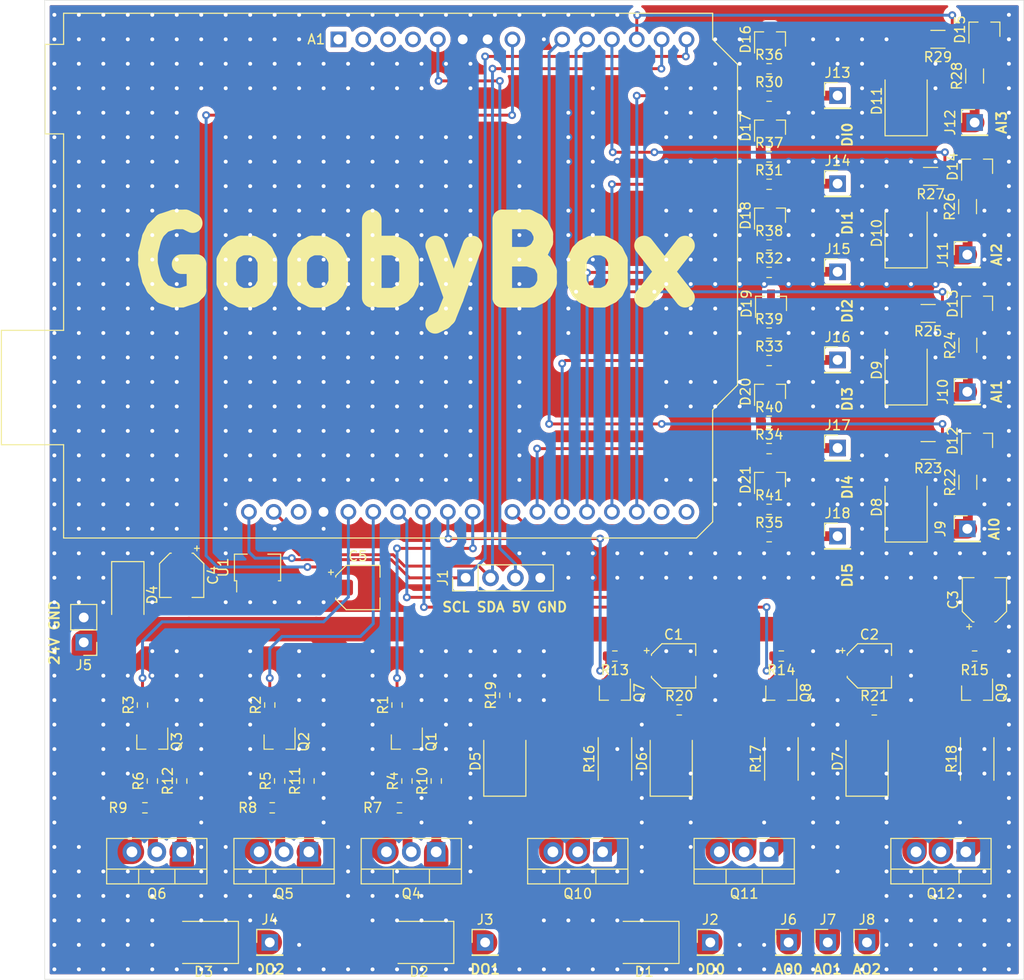
<source format=kicad_pcb>
(kicad_pcb (version 20211014) (generator pcbnew)
  (layers (0 "F.Cu" signal) (31 "B.Cu" signal) (34 "B.Paste" user) (35 "F.Paste" user) (36 "B.SilkS" user "B.Silkscreen") (37 "F.SilkS" user "F.Silkscreen") (38 "B.Mask" user) (39 "F.Mask" user) (44 "Edge.Cuts" user))
  (net 0 "")
  (net 4 "/SCL")
  (net 5 "GND")
  (net 6 "/SDA")
  (net 7 "/D13")
  (net 8 "/A3")
  (net 9 "/D12")
  (net 10 "/A2")
  (net 11 "/D11")
  (net 12 "/A1")
  (net 13 "/D10")
  (net 14 "/A0")
  (net 15 "/D9")
  (net 16 "+12V")
  (net 17 "/D8")
  (net 18 "/DI7")
  (net 19 "/DI6")
  (net 20 "+5V")
  (net 21 "/DI5")
  (net 23 "/DI4")
  (net 25 "/DI3")
  (net 27 "/DI2")
  (net 29 "Net-(C1-Pad1)")
  (net 30 "Net-(C2-Pad1)")
  (net 31 "Net-(C3-Pad1)")
  (net 32 "Net-(C4-Pad1)")
  (net 33 "Net-(D1-Pad2)")
  (net 34 "/DO_0")
  (net 35 "Net-(D2-Pad2)")
  (net 36 "/DO_1")
  (net 37 "Net-(D3-Pad2)")
  (net 38 "/DO_2")
  (net 39 "+24V")
  (net 40 "Net-(D5-Pad2)")
  (net 41 "/AO_0")
  (net 42 "Net-(D6-Pad2)")
  (net 43 "/AO_1")
  (net 44 "Net-(D7-Pad2)")
  (net 45 "/AO_2")
  (net 46 "/AI_0")
  (net 47 "/AI_1")
  (net 48 "/AI_2")
  (net 49 "/AI_3")
  (net 50 "Net-(Q1-Pad3)")
  (net 51 "Net-(Q1-Pad2)")
  (net 52 "Net-(Q2-Pad3)")
  (net 53 "Net-(Q2-Pad2)")
  (net 54 "Net-(Q3-Pad3)")
  (net 55 "Net-(Q3-Pad2)")
  (net 56 "Net-(Q4-Pad2)")
  (net 57 "Net-(Q5-Pad2)")
  (net 58 "Net-(Q6-Pad2)")
  (net 59 "Net-(Q7-Pad3)")
  (net 60 "Net-(Q8-Pad3)")
  (net 61 "Net-(Q9-Pad3)")
  (net 62 "Net-(Q10-Pad1)")
  (net 63 "Net-(Q11-Pad1)")
  (net 64 "Net-(Q12-Pad1)")
  (net 65 "/DI_0")
  (net 66 "/DI_1")
  (net 67 "/DI_2")
  (net 68 "/DI_3")
  (net 69 "/DI_4")
  (net 70 "/DI_5")
  (footprint "Module:Arduino_UNO_R3" (layer "F.Cu") (at 119.01 45.01)
    (fp_text reference "A1")
    (fp_text value "Arduino_UNO_R3")
  )
  (footprint "Capacitor_SMD:CP_Elec_4x5.4" (layer "F.Cu") (at 153.25 109)
    (fp_text reference "C1")
    (fp_text value "33uF")
  )
  (footprint "Capacitor_SMD:CP_Elec_4x5.4" (layer "F.Cu") (at 185 102.25 90)
    (fp_text reference "C3")
    (fp_text value "33uF")
  )
  (footprint "Capacitor_SMD:CP_Elec_4x5.4" (layer "F.Cu") (at 103 99.75 -90)
    (fp_text reference "C4")
    (fp_text value "0.33uF")
  )
  (footprint "Capacitor_SMD:CP_Elec_4x5.4" (layer "F.Cu") (at 121 101)
    (fp_text reference "C5")
    (fp_text value "0.1uF")
  )
  (footprint "Diode_SMD:D_SMB" (layer "F.Cu") (at 150.25 137.25 180)
    (fp_text reference "D1")
    (fp_text value "1N5400K")
  )
  (footprint "Diode_SMD:D_SMB" (layer "F.Cu") (at 105.25 137.25 180)
    (fp_text reference "D3")
    (fp_text value "1N5400K")
  )
  (footprint "Diode_SMD:D_SMA" (layer "F.Cu") (at 97.5 101.75 -90)
    (fp_text reference "D4")
    (fp_text value "600V 1A")
  )
  (footprint "Diode_SMD:D_SMB" (layer "F.Cu") (at 136.01 118.76 90)
    (fp_text reference "D5")
    (fp_text value "1N5400K")
  )
  (footprint "Diode_SMD:D_SMB" (layer "F.Cu") (at 153.01 118.76 90)
    (fp_text reference "D6")
    (fp_text value "1N5400K")
  )
  (footprint "Diode_SMD:D_SMB" (layer "F.Cu") (at 173.01 118.76 90)
    (fp_text reference "D7")
    (fp_text value "1N5400K")
  )
  (footprint "Package_TO_SOT_SMD:SOT-23" (layer "F.Cu") (at 163.1 45 90)
    (fp_text reference "D16")
    (fp_text value "5.2V")
  )
  (footprint "Package_TO_SOT_SMD:SOT-23" (layer "F.Cu") (at 163.1 54.01 90)
    (fp_text reference "D17")
    (fp_text value "5.2V")
  )
  (footprint "Package_TO_SOT_SMD:SOT-23" (layer "F.Cu") (at 163.1 63 90)
    (fp_text reference "D18")
    (fp_text value "5.2V")
  )
  (footprint "Package_TO_SOT_SMD:SOT-23" (layer "F.Cu") (at 163.2 72.01 90)
    (fp_text reference "D19")
    (fp_text value "5.2V")
  )
  (footprint "Package_TO_SOT_SMD:SOT-23" (layer "F.Cu") (at 163.1 81 90)
    (fp_text reference "D20")
    (fp_text value "5.2V")
  )
  (footprint "Package_TO_SOT_SMD:SOT-23" (layer "F.Cu") (at 163.1 90 90)
    (fp_text reference "D21")
    (fp_text value "5.2V")
  )
  (footprint "Connector_PinHeader_2.54mm:PinHeader_1x04_P2.54mm_Vertical" (layer "F.Cu") (at 132.01 100.01 90)
    (fp_text reference "J1")
    (fp_text value "LCD 1602 kontakt")
  )
  (footprint "Package_TO_SOT_SMD:SOT-23" (layer "F.Cu") (at 126 116.75 -90)
    (fp_text reference "Q1")
    (fp_text value "2N2222 ")
  )
  (footprint "Package_TO_SOT_SMD:SOT-23" (layer "F.Cu") (at 113 116.75 -90)
    (fp_text reference "Q2")
    (fp_text value "2N2222 ")
  )
  (footprint "Package_TO_SOT_SMD:SOT-23" (layer "F.Cu") (at 100 116.75 -90)
    (fp_text reference "Q3")
    (fp_text value "2N2222 ")
  )
  (footprint "Package_TO_SOT_THT:TO-220-3_Vertical" (layer "F.Cu") (at 129 128 180)
    (fp_text reference "Q4")
    (fp_text value "IRF9630")
  )
  (footprint "Package_TO_SOT_THT:TO-220-3_Vertical" (layer "F.Cu") (at 116 128 180)
    (fp_text reference "Q5")
    (fp_text value "IRF9630")
  )
  (footprint "Package_TO_SOT_THT:TO-220-3_Vertical" (layer "F.Cu") (at 103 128 180)
    (fp_text reference "Q6")
    (fp_text value "IRF9630")
  )
  (footprint "Package_TO_SOT_SMD:SOT-23" (layer "F.Cu") (at 147.25 111.75 -90)
    (fp_text reference "Q7")
    (fp_text value "2N2222 ")
  )
  (footprint "Package_TO_SOT_SMD:SOT-23" (layer "F.Cu") (at 164.25 111.75 -90)
    (fp_text reference "Q8")
    (fp_text value "2N2222 ")
  )
  (footprint "Package_TO_SOT_SMD:SOT-23" (layer "F.Cu") (at 184.25 111.75 -90)
    (fp_text reference "Q9")
    (fp_text value "2N2222 ")
  )
  (footprint "Package_TO_SOT_THT:TO-220-3_Vertical" (layer "F.Cu") (at 163 128 180)
    (fp_text reference "Q11")
    (fp_text value "MJE2955T")
  )
  (footprint "Package_TO_SOT_THT:TO-220-3_Vertical" (layer "F.Cu") (at 183.1 128 180)
    (fp_text reference "Q12")
    (fp_text value "MJE2955T")
  )
  (footprint "Resistor_SMD:R_0603_1608Metric" (layer "F.Cu") (at 125 113 90)
    (fp_text reference "R1")
    (fp_text value "100")
  )
  (footprint "Resistor_SMD:R_0603_1608Metric" (layer "F.Cu") (at 112 113 90)
    (fp_text reference "R2")
    (fp_text value "100")
  )
  (footprint "Resistor_SMD:R_0603_1608Metric" (layer "F.Cu") (at 99 113 90)
    (fp_text reference "R3")
    (fp_text value "100")
  )
  (footprint "Resistor_SMD:R_0603_1608Metric" (layer "F.Cu") (at 126.01 120.76 90)
    (fp_text reference "R4")
    (fp_text value "100k")
  )
  (footprint "Resistor_SMD:R_0603_1608Metric" (layer "F.Cu") (at 113.01 120.76 90)
    (fp_text reference "R5")
    (fp_text value "100k")
  )
  (footprint "Resistor_SMD:R_0603_1608Metric" (layer "F.Cu") (at 100.01 120.76 90)
    (fp_text reference "R6")
    (fp_text value "100k")
  )
  (footprint "Resistor_SMD:R_0603_1608Metric" (layer "F.Cu") (at 125.25 123.5)
    (fp_text reference "R7")
    (fp_text value "100k")
  )
  (footprint "Resistor_SMD:R_0603_1608Metric" (layer "F.Cu") (at 99.25 123.5)
    (fp_text reference "R9")
    (fp_text value "100k")
  )
  (footprint "Resistor_SMD:R_0603_1608Metric" (layer "F.Cu") (at 129.01 120.76 90)
    (fp_text reference "R10")
    (fp_text value "100k")
  )
  (footprint "Resistor_SMD:R_0603_1608Metric" (layer "F.Cu") (at 116.01 120.76 90)
    (fp_text reference "R11")
    (fp_text value "100k")
  )
  (footprint "Resistor_SMD:R_0603_1608Metric" (layer "F.Cu") (at 147.25 108 180)
    (fp_text reference "R13")
    (fp_text value "100")
  )
  (footprint "Resistor_SMD:R_0603_1608Metric" (layer "F.Cu") (at 164.25 108 180)
    (fp_text reference "R14")
    (fp_text value "100")
  )
  (footprint "Resistor_SMD:R_0603_1608Metric" (layer "F.Cu") (at 184 108 180)
    (fp_text reference "R15")
    (fp_text value "100")
  )
  (footprint "Resistor_SMD:R_2512_6332Metric" (layer "F.Cu") (at 147.26 118.51 90)
    (fp_text reference "R16")
    (fp_text value "1k, 1W")
  )
  (footprint "Resistor_SMD:R_2512_6332Metric" (layer "F.Cu") (at 164.26 118.51 90)
    (fp_text reference "R17")
    (fp_text value "1k, 1W")
  )
  (footprint "Resistor_SMD:R_2512_6332Metric" (layer "F.Cu") (at 184.26 118.51 90)
    (fp_text reference "R18")
    (fp_text value "1k, 1W")
  )
  (footprint "Resistor_SMD:R_0603_1608Metric" (layer "F.Cu") (at 136.01 112.01 90)
    (fp_text reference "R19")
    (fp_text value "100k")
  )
  (footprint "Resistor_SMD:R_0603_1608Metric" (layer "F.Cu") (at 153.825 113.5)
    (fp_text reference "R20")
    (fp_text value "100k")
  )
  (footprint "Resistor_SMD:R_0603_1608Metric" (layer "F.Cu") (at 173.75 113.5)
    (fp_text reference "R21")
    (fp_text value "100k")
  )
  (footprint "Resistor_SMD:R_0603_1608Metric" (layer "F.Cu") (at 163.01 50.81)
    (fp_text reference "R30")
    (fp_text value "10k")
  )
  (footprint "Resistor_SMD:R_0603_1608Metric" (layer "F.Cu") (at 163.01 59.81)
    (fp_text reference "R31")
    (fp_text value "10k")
  )
  (footprint "Resistor_SMD:R_0603_1608Metric" (layer "F.Cu") (at 163.01 77.81)
    (fp_text reference "R33")
    (fp_text value "10k")
  )
  (footprint "Resistor_SMD:R_0603_1608Metric" (layer "F.Cu") (at 163.01 86.81)
    (fp_text reference "R34")
    (fp_text value "10k")
  )
  (footprint "Resistor_SMD:R_0603_1608Metric" (layer "F.Cu") (at 163.01 95.81)
    (fp_text reference "R35")
    (fp_text value "10k")
  )
  (footprint "Resistor_SMD:R_0603_1608Metric" (layer "F.Cu") (at 163.01 48.01)
    (fp_text reference "R36")
    (fp_text value "100k")
  )
  (footprint "Resistor_SMD:R_0603_1608Metric" (layer "F.Cu") (at 163.01 57.01)
    (fp_text reference "R37")
    (fp_text value "100k")
  )
  (footprint "Resistor_SMD:R_0603_1608Metric" (layer "F.Cu") (at 163.01 66.01)
    (fp_text reference "R38")
    (fp_text value "100k")
  )
  (footprint "Resistor_SMD:R_0603_1608Metric" (layer "F.Cu") (at 163.01 75.01)
    (fp_text reference "R39")
    (fp_text value "100k")
  )
  (footprint "Resistor_SMD:R_0603_1608Metric" (layer "F.Cu") (at 163.01 84.01)
    (fp_text reference "R40")
    (fp_text value "100k")
  )
  (footprint "Resistor_SMD:R_0603_1608Metric" (layer "F.Cu") (at 163.01 93.01)
    (fp_text reference "R41")
    (fp_text value "100k")
  )
  (footprint "Package_TO_SOT_SMD:SOT-89-3" (layer "F.Cu") (at 110.75 99.25 90)
    (fp_text reference "U1")
    (fp_text value "MCP1804T-C002IMB")
  )
  (footprint "Resistor_SMD:R_0603_1608Metric" (layer "F.Cu") (at 112.25 123.5)
    (fp_text reference "R8")
    (fp_text value "100k")
  )
  (footprint "Resistor_SMD:R_0603_1608Metric" (layer "F.Cu") (at 103.01 120.76 90)
    (fp_text reference "R12")
    (fp_text value "100k")
  )
  (footprint "Diode_SMD:D_SMB" (layer "F.Cu") (at 127.25 137.25 180)
    (fp_text reference "D2")
    (fp_text value "1N5400K")
  )
  (footprint "Diode_SMD:D_SMB" (layer "F.Cu") (at 177 92.8 90)
    (fp_text reference "D8")
    (fp_text value "1N5400K")
  )
  (footprint "Diode_SMD:D_SMB" (layer "F.Cu") (at 177 78.8 90)
    (fp_text reference "D9")
    (fp_text value "1N5400K")
  )
  (footprint "Diode_SMD:D_SMB" (layer "F.Cu") (at 177 64.8 90)
    (fp_text reference "D10")
    (fp_text value "1N5400K")
  )
  (footprint "Diode_SMD:D_SMB" (layer "F.Cu") (at 177 51.3 90)
    (fp_text reference "D11")
    (fp_text value "1N5400K")
  )
  (footprint "Package_TO_SOT_SMD:SOT-23" (layer "F.Cu") (at 184.25 86 90)
    (fp_text reference "D12")
    (fp_text value "5.2V")
  )
  (footprint "Package_TO_SOT_SMD:SOT-23" (layer "F.Cu") (at 184.25 72 90)
    (fp_text reference "D13")
    (fp_text value "5.2V")
  )
  (footprint "Package_TO_SOT_SMD:SOT-23" (layer "F.Cu") (at 184.25 58 90)
    (fp_text reference "D14")
    (fp_text value "5.2V")
  )
  (footprint "Package_TO_SOT_SMD:SOT-23" (layer "F.Cu") (at 185 44 90)
    (fp_text reference "D15")
    (fp_text value "5.2V")
  )
  (footprint "Resistor_SMD:R_1206_3216Metric" (layer "F.Cu") (at 183.31 90.25 90)
    (fp_text reference "R22")
    (fp_text value "1k, 250 mW")
  )
  (footprint "Resistor_SMD:R_1206_3216Metric" (layer "F.Cu") (at 179.25 87 180)
    (fp_text reference "R23")
    (fp_text value "1k, 250 mW")
  )
  (footprint "Resistor_SMD:R_1206_3216Metric" (layer "F.Cu") (at 183.31 76.25 90)
    (fp_text reference "R24")
    (fp_text value "1k, 250 mW")
  )
  (footprint "Resistor_SMD:R_1206_3216Metric" (layer "F.Cu") (at 179.25 73 180)
    (fp_text reference "R25")
    (fp_text value "1k, 250 mW")
  )
  (footprint "Resistor_SMD:R_1206_3216Metric" (layer "F.Cu") (at 180.25 45 180)
    (fp_text reference "R29")
    (fp_text value "1k, 250 mW")
  )
  (footprint "Resistor_SMD:R_0603_1608Metric" (layer "F.Cu") (at 163.01 68.81)
    (fp_text reference "R32")
    (fp_text value "10k")
  )
  (footprint "Resistor_SMD:R_1206_3216Metric" (layer "F.Cu") (at 183.28 62.09 90)
    (fp_text reference "R26")
    (fp_text value "1k, 250 mW")
  )
  (footprint "Resistor_SMD:R_1206_3216Metric" (layer "F.Cu") (at 179.5 59 180)
    (fp_text reference "R27")
    (fp_text value "1k, 250 mW")
  )
  (footprint "Resistor_SMD:R_1206_3216Metric" (layer "F.Cu") (at 184 48.75 90)
    (fp_text reference "R28")
    (fp_text value "1k, 250 mW")
  )
  (footprint "Connector_PinHeader_2.54mm:PinHeader_1x01_P2.54mm_Vertical" (layer "F.Cu") (at 157 137.25)
    (fp_text reference "J2")
    (fp_text value "Anslutning")
  )
  (footprint "Connector_PinHeader_2.54mm:PinHeader_1x01_P2.54mm_Vertical" (layer "F.Cu") (at 134 137.25)
    (fp_text reference "J3")
    (fp_text value "Anslutning")
  )
  (footprint "Connector_PinHeader_2.54mm:PinHeader_1x01_P2.54mm_Vertical" (layer "F.Cu") (at 112 137.25)
    (fp_text reference "J4")
    (fp_text value "Anslutning")
  )
  (footprint "Connector_PinHeader_2.54mm:PinHeader_1x02_P2.54mm_Vertical" (layer "F.Cu") (at 93 106.6 180)
    (fp_text reference "J5")
    (fp_text value "Anslutning")
  )
  (footprint "Connector_PinHeader_2.54mm:PinHeader_1x01_P2.54mm_Vertical" (layer "F.Cu") (at 165 137.25)
    (fp_text reference "J6")
    (fp_text value "Anslutning")
  )
  (footprint "Connector_PinHeader_2.54mm:PinHeader_1x01_P2.54mm_Vertical" (layer "F.Cu") (at 169 137.25)
    (fp_text reference "J7")
    (fp_text value "Anslutning")
  )
  (footprint "Connector_PinHeader_2.54mm:PinHeader_1x01_P2.54mm_Vertical" (layer "F.Cu") (at 173 137.25)
    (fp_text reference "J8")
    (fp_text value "Anslutning")
  )
  (footprint "Connector_PinHeader_2.54mm:PinHeader_1x01_P2.54mm_Vertical" (layer "F.Cu") (at 183.25 95)
    (fp_text reference "J9")
    (fp_text value "Anslutning")
  )
  (footprint "Connector_PinHeader_2.54mm:PinHeader_1x01_P2.54mm_Vertical" (layer "F.Cu") (at 183.25 67)
    (fp_text reference "J11")
    (fp_text value "Anslutning")
  )
  (footprint "Connector_PinHeader_2.54mm:PinHeader_1x01_P2.54mm_Vertical" (layer "F.Cu") (at 184 53.5)
    (fp_text reference "J12")
    (fp_text value "Anslutning")
  )
  (footprint "Connector_PinHeader_2.54mm:PinHeader_1x01_P2.54mm_Vertical" (layer "F.Cu") (at 170 50.75)
    (fp_text reference "J13")
    (fp_text value "Anslutning")
  )
  (footprint "Connector_PinHeader_2.54mm:PinHeader_1x01_P2.54mm_Vertical" (layer "F.Cu") (at 170 59.75)
    (fp_text reference "J14")
    (fp_text value "Anslutning")
  )
  (footprint "Connector_PinHeader_2.54mm:PinHeader_1x01_P2.54mm_Vertical" (layer "F.Cu") (at 170 68.75)
    (fp_text reference "J15")
    (fp_text value "Anslutning")
  )
  (footprint "Connector_PinHeader_2.54mm:PinHeader_1x01_P2.54mm_Vertical" (layer "F.Cu") (at 170 77.75)
    (fp_text reference "J16")
    (fp_text value "Anslutning")
  )
  (footprint "Connector_PinHeader_2.54mm:PinHeader_1x01_P2.54mm_Vertical" (layer "F.Cu") (at 170 86.75)
    (fp_text reference "J17")
    (fp_text value "Anslutning")
  )
  (footprint "Connector_PinHeader_2.54mm:PinHeader_1x01_P2.54mm_Vertical" (layer "F.Cu") (at 170 95.75)
    (fp_text reference "J18")
    (fp_text value "Anslutning")
  )
  (footprint "Package_TO_SOT_THT:TO-220-3_Vertical" (layer "F.Cu") (at 146 128 180)
    (fp_text reference "Q10")
    (fp_text value "MJE2955T")
  )
  (footprint "Capacitor_SMD:CP_Elec_4x5.4" (layer "F.Cu") (at 173.25 109)
    (fp_text reference "C2")
    (fp_text value "33uF")
  )
  (footprint "Connector_PinHeader_2.54mm:PinHeader_1x01_P2.54mm_Vertical" (layer "F.Cu") (at 183.25 81)
    (fp_text reference "J10")
    (fp_text value "Anslutning")
  )
  (gr_line (start 189.01 141.01) (end 89.01 141.01) (layer "Edge.Cuts") (width 0.05))
  (gr_line (start 89.01 141.01) (end 89.01 41.01) (layer "Edge.Cuts") (width 0.05))
  (gr_line (start 89.01 41.01) (end 189.01 41.01) (layer "Edge.Cuts") (width 0.05))
  (gr_line (start 189.01 41.01) (end 189.01 141.01) (layer "Edge.Cuts") (width 0.05))
  (gr_text "24V GND" (at 90 105.6 90) (layer "F.SilkS") (effects (font (size 1 1) (thickness 0.2))))
  (gr_text "AI2" (at 186.25 67 90) (layer "F.SilkS") (effects (font (size 1 1) (thickness 0.2))))
  (gr_text "DO1" (at 134 140) (layer "F.SilkS") (effects (font (size 1 1) (thickness 0.2))))
  (gr_text "AI0" (at 186 95 90) (layer "F.SilkS") (effects (font (size 1 1) (thickness 0.2))))
  (gr_text "DO0" (at 157 140) (layer "F.SilkS") (effects (font (size 1 1) (thickness 0.2))))
  (gr_text "AO0" (at 165 140) (layer "F.SilkS") (effects (font (size 1 1) (thickness 0.2))))
  (gr_text "AO1" (at 169 140) (layer "F.SilkS") (effects (font (size 1 1) (thickness 0.2))))
  (gr_text "AI1" (at 186.25 81 90) (layer "F.SilkS") (effects (font (size 1 1) (thickness 0.2))))
  (gr_text "AO2" (at 173 140) (layer "F.SilkS") (effects (font (size 1 1) (thickness 0.2))))
  (gr_text "AI3" (at 186.75 53.5 90) (layer "F.SilkS") (effects (font (size 1 1) (thickness 0.2))))
  (gr_text "DI5" (at 171 99.75 90) (layer "F.SilkS") (effects (font (size 1 1) (thickness 0.2))))
  (gr_text "DI1" (at 171 63.75 90) (layer "F.SilkS") (effects (font (size 1 1) (thickness 0.2))))
  (gr_text "DI0" (at 171 54.75 90) (layer "F.SilkS") (effects (font (size 1 1) (thickness 0.2))))
  (gr_text "DI2" (at 171 72.75 90) (layer "F.SilkS") (effects (font (size 1 1) (thickness 0.2))))
  (gr_text "DI3" (at 171 81.75 90) (layer "F.SilkS") (effects (font (size 1 1) (thickness 0.2))))
  (gr_text "SCL SDA 5V GND" (at 136 103) (layer "F.SilkS") (effects (font (size 1 1) (thickness 0.2))))
  (gr_text "GoobyBox" (at 126.8 67.8) (layer "F.SilkS") (effects (font (size 8 8) (thickness 2))))
  (gr_text "DI4" (at 171 90.75 90) (layer "F.SilkS") (effects (font (size 1 1) (thickness 0.2))))
  (gr_text "DO2" (at 112 140) (layer "F.SilkS") (effects (font (size 1 1) (thickness 0.2))))
  (segment (start 154.5 46.75) (end 154.5 46.75) (width 0.3) (layer "F.Cu") (net 4))
  (segment (start 114.25 98) (end 114.25 98) (width 0.3) (layer "F.Cu") (net 4))
  (segment (start 124.399999 98.149999) (end 114.399999 98.149999) (width 0.3) (layer "F.Cu") (net 4))
  (segment (start 134 46.75) (end 154.5 46.75) (width 0.3) (layer "F.Cu") (net 4))
  (segment (start 126.26 100.01) (end 124.399999 98.149999) (width 0.3) (layer "F.Cu") (net 4))
  (segment (start 126.26 100.01) (end 132.01 100.01) (width 0.3) (layer "F.Cu") (net 4))
  (segment (start 114.399999 98.149999) (end 114.25 98) (width 0.3) (layer "F.Cu") (net 4))
  (via (at 134 46.75) (size 0.8) (drill 0.4) (layers "F.Cu" "B.Cu") (net 4))
  (via (at 154.5 46.75) (size 0.8) (drill 0.4) (layers "F.Cu" "B.Cu") (net 4))
  (via (at 114.25 98) (size 0.8) (drill 0.4) (layers "F.Cu" "B.Cu") (net 4))
  (segment (start 134 46.75) (end 134 46.75) (width 0.3) (layer "B.Cu") (net 4))
  (segment (start 110.5 98) (end 114.25 98) (width 0.3) (layer "B.Cu") (net 4))
  (segment (start 109.87 97.37) (end 110.5 98) (width 0.3) (layer "B.Cu") (net 4))
  (segment (start 132.01 100.01) (end 132.01 99.99) (width 0.3) (layer "B.Cu") (net 4))
  (segment (start 109.87 93.27) (end 109.87 97.37) (width 0.3) (layer "B.Cu") (net 4))
  (segment (start 134 98.02) (end 132.01 100.01) (width 0.3) (layer "B.Cu") (net 4))
  (segment (start 154.57 46.68) (end 154.5 46.75) (width 0.3) (layer "B.Cu") (net 4))
  (segment (start 134 46.75) (end 134 98.02) (width 0.3) (layer "B.Cu") (net 4))
  (segment (start 154.57 45.01) (end 154.57 46.68) (width 0.3) (layer "B.Cu") (net 4))
  (via (at 102.5 62.5) (size 0.8) (drill 0.4) (layers "F.Cu" "B.Cu") (net 5))
  (via (at 127.5 82.5) (size 0.8) (drill 0.4) (layers "F.Cu" "B.Cu") (net 5))
  (via (at 167.5 125) (size 0.8) (drill 0.4) (layers "F.Cu" "B.Cu") (net 5))
  (via (at 157.5 107.5) (size 0.8) (drill 0.4) (layers "F.Cu" "B.Cu") (net 5))
  (via (at 125 132.5) (size 0.8) (drill 0.4) (layers "F.Cu" "B.Cu") (net 5))
  (via (at 135 140) (size 0.8) (drill 0.4) (layers "F.Cu" "B.Cu") (net 5))
  (via (at 127.5 107.5) (size 0.8) (drill 0.4) (layers "F.Cu" "B.Cu") (net 5))
  (via (at 90 135) (size 0.8) (drill 0.4) (layers "F.Cu" "B.Cu") (net 5))
  (via (at 137.5 80) (size 0.8) (drill 0.4) (layers "F.Cu" "B.Cu") (net 5))
  (via (at 145 52.5) (size 0.8) (drill 0.4) (layers "F.Cu" "B.Cu") (net 5))
  (via (at 132.5 125) (size 0.8) (drill 0.4) (layers "F.Cu" "B.Cu") (net 5))
  (via (at 107.5 87.5) (size 0.8) (drill 0.4) (layers "F.Cu" "B.Cu") (net 5))
  (via (at 122.5 70) (size 0.8) (drill 0.4) (layers "F.Cu" "B.Cu") (net 5))
  (via (at 92.5 85) (size 0.8) (drill 0.4) (layers "F.Cu" "B.Cu") (net 5))
  (via (at 165 92.5) (size 0.8) (drill 0.4) (layers "F.Cu" "B.Cu") (net 5))
  (via (at 112.5 62.5) (size 0.8) (drill 0.4) (layers "F.Cu" "B.Cu") (net 5))
  (via (at 90 130) (size 0.8) (drill 0.4) (layers "F.Cu" "B.Cu") (net 5))
  (via (at 127.5 117.5) (size 0.8) (drill 0.4) (layers "F.Cu" "B.Cu") (net 5))
  (via (at 117.5 57.5) (size 0.8) (drill 0.4) (layers "F.Cu" "B.Cu") (net 5))
  (via (at 127.5 112.5) (size 0.8) (drill 0.4) (layers "F.Cu" "B.Cu") (net 5))
  (via (at 157.5 75) (size 0.8) (drill 0.4) (layers "F.Cu" "B.Cu") (net 5))
  (via (at 95 42.5) (size 0.8) (drill 0.4) (layers "F.Cu" "B.Cu") (net 5))
  (via (at 152.5 55) (size 0.8) (drill 0.4) (layers "F.Cu" "B.Cu") (net 5))
  (via (at 167.5 80) (size 0.8) (drill 0.4) (layers "F.Cu" "B.Cu") (net 5))
  (via (at 95 102.5) (size 0.8) (drill 0.4) (layers "F.Cu" "B.Cu") (net 5))
  (via (at 132.5 107.5) (size 0.8) (drill 0.4) (layers "F.Cu" "B.Cu") (net 5))
  (via (at 137.5 82.5) (size 0.8) (drill 0.4) (layers "F.Cu" "B.Cu") (net 5))
  (via (at 110 102.5) (size 0.8) (drill 0.4) (layers "F.Cu" "B.Cu") (net 5))
  (via (at 105 127.5) (size 0.8) (drill 0.4) (layers "F.Cu" "B.Cu") (net 5))
  (via (at 167.5 115) (size 0.8) (drill 0.4) (layers "F.Cu" "B.Cu") (net 5))
  (via (at 125 62.5) (size 0.8) (drill 0.4) (layers "F.Cu" "B.Cu") (net 5))
  (via (at 125 47.5) (size 0.8) (drill 0.4) (layers "F.Cu" "B.Cu") (net 5))
  (via (at 117.5 75) (size 0.8) (drill 0.4) (layers "F.Cu" "B.Cu") (net 5))
  (via (at 170 115) (size 0.8) (drill 0.4) (layers "F.Cu" "B.Cu") (net 5))
  (via (at 170 117.5) (size 0.8) (drill 0.4) (layers "F.Cu" "B.Cu") (net 5))
  (via (at 122.5 132.5) (size 0.8) (drill 0.4) (layers "F.Cu" "B.Cu") (net 5))
  (via (at 150 120) (size 0.8) (drill 0.4) (layers "F.Cu" "B.Cu") (net 5))
  (via (at 127.5 57.5) (size 0.8) (drill 0.4) (layers "F.Cu" "B.Cu") (net 5))
  (via (at 120 47.5) (size 0.8) (drill 0.4) (layers "F.Cu" "B.Cu") (net 5))
  (via (at 107.5 97.5) (size 0.8) (drill 0.4) (layers "F.Cu" "B.Cu") (net 5))
  (via (at 125 65) (size 0.8) (drill 0.4) (layers "F.Cu" "B.Cu") (net 5))
  (via (at 180 50) (size 0.8) (drill 0.4) (layers "F.Cu" "B.Cu") (net 5))
  (via (at 90 137.5) (size 0.8) (drill 0.4) (layers "F.Cu" "B.Cu") (net 5))
  (via (at 185 90) (size 0.8) (drill 0.4) (layers "F.Cu" "B.Cu") (net 5))
  (via (at 100 85) (size 0.8) (drill 0.4) (layers "F.Cu" "B.Cu") (net 5))
  (via (at 107.5 77.5) (size 0.8) (drill 0.4) (layers "F.Cu" "B.Cu") (net 5))
  (via (at 117.5 65) (size 0.8) (drill 0.4) (layers "F.Cu" "B.Cu") (net 5))
  (via (at 180 140) (size 0.8) (drill 0.4) (layers "F.Cu" "B.Cu") (net 5))
  (via (at 170 47.5) (size 0.8) (drill 0.4) (layers "F.Cu" "B.Cu") (net 5))
  (via (at 95 95) (size 0.8) (drill 0.4) (layers "F.Cu" "B.Cu") (net 5))
  (via (at 120 67.5) (size 0.8) (drill 0.4) (layers "F.Cu" "B.Cu") (net 5))
  (via (at 137.5 70) (size 0.8) (drill 0.4) (layers "F.Cu" "B.Cu") (net 5))
  (via (at 122.5 85) (size 0.8) (drill 0.4) (layers "F.Cu" "B.Cu") (net 5))
  (via (at 90 105) (size 0.8) (drill 0.4) (layers "F.Cu" "B.Cu") (net 5))
  (via (at 167.5 120) (size 0.8) (drill 0.4) (layers "F.Cu" "B.Cu") (net 5))
  (via (at 100 55) (size 0.8) (drill 0.4) (layers "F.Cu" "B.Cu") (net 5))
  (via (at 115 72.5) (size 0.8) (drill 0.4) (layers "F.Cu" "B.Cu") (net 5))
  (via (at 107.5 57.5) (size 0.8) (drill 0.4) (layers "F.Cu" "B.Cu") (net 5))
  (via (at 187.5 52.5) (size 0.8) (drill 0.4) (layers "F.Cu" "B.Cu") (net 5))
  (via (at 110 130) (size 0.8) (drill 0.4) (layers "F.Cu" "B.Cu") (net 5))
  (via (at 180 100) (size 0.8) (drill 0.4) (layers "F.Cu" "B.Cu") (net 5))
  (via (at 140 42.5) (size 0.8) (drill 0.4) (layers "F.Cu" "B.Cu") (net 5))
  (via (at 150 140) (size 0.8) (drill 0.4) (layers "F.Cu" "B.Cu") (net 5))
  (via (at 97.5 50) (size 0.8) (drill 0.4) (layers "F.Cu" "B.Cu") (net 5))
  (via (at 167.5 97.5) (size 0.8) (drill 0.4) (layers "F.Cu" "B.Cu") (net 5))
  (via (at 130 47.5) (size 0.8) (drill 0.4) (layers "F.Cu" "B.Cu") (net 5))
  (via (at 185 97.5) (size 0.8) (drill 0.4) (layers "F.Cu" "B.Cu") (net 5))
  (via (at 97.5 77.5) (size 0.8) (drill 0.4) (layers "F.Cu" "B.Cu") (net 5))
  (via (at 92.5 67.5) (size 0.8) (drill 0.4) (layers "F.Cu" "B.Cu") (net 5))
  (via (at 97.5 110) (size 0.8) (drill 0.4) (layers "F.Cu" "B.Cu") (net 5))
  (via (at 187.5 115) (size 0.8) (drill 0.4) (layers "F.Cu" "B.Cu") (net 5))
  (via (at 95 100) (size 0.8) (drill 0.4) (layers "F.Cu" "B.Cu") (net 5))
  (via (at 170 130) (size 0.8) (drill 0.4) (layers "F.Cu" "B.Cu") (net 5))
  (via (at 90 85) (size 0.8) (drill 0.4) (layers "F.Cu" "B.Cu") (net 5))
  (via (at 105 125) (size 0.8) (drill 0.4) (layers "F.Cu" "B.Cu") (net 5))
  (via (at 90 80) (size 0.8) (drill 0.4) (layers "F.Cu" "B.Cu") (net 5))
  (via (at 100 140) (size 0.8) (drill 0.4) (layers "F.Cu" "B.Cu") (net 5))
  (via (at 152.5 67.5) (size 0.8) (drill 0.4) (layers "F.Cu" "B.Cu") (net 5))
  (via (at 175 65) (size 0.8) (drill 0.4) (layers "F.Cu" "B.Cu") (net 5))
  (via (at 107.5 102.5) (size 0.8) (drill 0.4) (layers "F.Cu" "B.Cu") (net 5))
  (via (at 92.5 57.5) (size 0.8) (drill 0.4) (layers "F.Cu" "B.Cu") (net 5))
  (via (at 152.5 97.5) (size 0.8) (drill 0.4) (layers "F.Cu" "B.Cu") (net 5))
  (via (at 125 130) (size 0.8) (drill 0.4) (layers "F.Cu" "B.Cu") (net 5))
  (via (at 117.5 62.5) (size 0.8) (drill 0.4) (layers "F.Cu" "B.Cu") (net 5))
  (via (at 187.5 70) (size 0.8) (drill 0.4) (layers "F.Cu" "B.Cu") (net 5))
  (via (at 167.5 72.5) (size 0.8) (drill 0.4) (layers "F.Cu" "B.Cu") (net 5))
  (via (at 107.5 132.5) (size 0.8) (drill 0.4) (layers "F.Cu" "B.Cu") (net 5))
  (via (at 107.5 60) (size 0.8) (drill 0.4) (layers "F.Cu" "B.Cu") (net 5))
  (via (at 130 42.5) (size 0.8) (drill 0.4) (layers "F.Cu" "B.Cu") (net 5))
  (via (at 132.5 42.5) (size 0.8) (drill 0.4) (layers "F.Cu" "B.Cu") (net 5))
  (via (at 175 125) (size 0.8) (drill 0.4) (layers "F.Cu" "B.Cu") (net 5))
  (via (at 115 110) (size 0.8) (drill 0.4) (layers "F.Cu" "B.Cu") (net 5))
  (via (at 180 47.5) (size 0.8) (drill 0.4) (layers "F.Cu" "B.Cu") (net 5))
  (via (at 155 127.5) (size 0.8) (drill 0.4) (layers "F.Cu" "B.Cu") (net 5))
  (via (at 167.5 117.5) (size 0.8) (drill 0.4) (layers "F.Cu" "B.Cu") (net 5))
  (via (at 160 90) (size 0.8) (drill 0.4) (layers "F.Cu" "B.Cu") (net 5))
  (via (at 100 60) (size 0.8) (drill 0.4) (layers "F.Cu" "B.Cu") (net 5))
  (via (at 185 80) (size 0.8) (drill 0.4) (layers "F.Cu" "B.Cu") (net 5))
  (via (at 172.5 67.5) (size 0.8) (drill 0.4) (layers "F.Cu" "B.Cu") (net 5))
  (via (at 92.5 130) (size 0.8) (drill 0.4) (layers "F.Cu" "B.Cu") (net 5))
  (via (at 145 60) (size 0.8) (drill 0.4) (layers "F.Cu" "B.Cu") (net 5))
  (via (at 90 52.5) (size 0.8) (drill 0.4) (layers "F.Cu" "B.Cu") (net 5))
  (via (at 187.5 140) (size 0.8) (drill 0.4) (layers "F.Cu" "B.Cu") (net 5))
  (via (at 110 85) (size 0.8) (drill 0.4) (layers "F.Cu" "B.Cu") (net 5))
  (via (at 155 50) (size 0.8) (drill 0.4) (layers "F.Cu" "B.Cu") (net 5))
  (via (at 132.5 90) (size 0.8) (drill 0.4) (layers "F.Cu" "B.Cu") (net 5))
  (via (at 95 117.5) (size 0.8) (drill 0.4) (layers "F.Cu" "B.Cu") (net 5))
  (via (at 95 65) (size 0.8) (drill 0.4) (layers "F.Cu" "B.Cu") (net 5))
  (via (at 182.5 135) (size 0.8) (drill 0.4) (layers "F.Cu" "B.Cu") (net 5))
  (via (at 117.5 55) (size 0.8) (drill 0.4) (layers "F.Cu" "B.Cu") (net 5))
  (via (at 187.5 77.5) (size 0.8) (drill 0.4) (layers "F.Cu" "B.Cu") (net 5))
  (via (at 165 100) (size 0.8) (drill 0.4) (layers "F.Cu" "B.Cu") (net 5))
  (via (at 102.5 52.5) (size 0.8) (drill 0.4) (layers "F.Cu" "B.Cu") (net 5))
  (via (at 165 52.5) (size 0.8) (drill 0.4) (layers "F.Cu" "B.Cu") (net 5))
  (via (at 145 67.5) (size 0.8) (drill 0.4) (layers "F.Cu" "B.Cu") (net 5))
  (via (at 122.5 122.5) (size 0.8) (drill 0.4) (layers "F.Cu" "B.Cu") (net 5))
  (via (at 97.5 130) (size 0.8) (drill 0.4) (layers "F.Cu" "B.Cu") (net 5))
  (via (at 102.5 55) (size 0.8) (drill 0.4) (layers "F.Cu" "B.Cu") (net 5))
  (via (at 132.5 112.5) (size 0.8) (drill 0.4) (layers "F.Cu" "B.Cu") (net 5))
  (via (at 110 140) (size 0.8) (drill 0.4) (layers "F.Cu" "B.Cu") (net 5))
  (via (at 105 117.5) (size 0.8) (drill 0.4) (layers "F.Cu" "B.Cu") (net 5))
  (via (at 102.5 117.5) (size 0.8) (drill 0.4) (layers "F.Cu" "B.Cu") (net 5))
  (via (at 172.5 50) (size 0.8) (drill 0.4) (layers "F.Cu" "B.Cu") (net 5))
  (via (at 107.5 50) (size 0.8) (drill 0.4) (layers "F.Cu" "B.Cu") (net 5))
  (via (at 120 77.5) (size 0.8) (drill 0.4) (layers "F.Cu" "B.Cu") (net 5))
  (via (at 107.5 95) (size 0.8) (drill 0.4) (layers "F.Cu" "B.Cu") (net 5))
  (via (at 175 60) (size 0.8) (drill 0.4) (layers "F.Cu" "B.Cu") (net 5))
  (via (at 125 85) (size 0.8) (drill 0.4) (layers "F.Cu" "B.Cu") (net 5))
  (via (at 102.5 110) (size 0.8) (drill 0.4) (layers "F.Cu" "B.Cu") (net 5))
  (via (at 110 117.5) (size 0.8) (drill 0.4) (layers "F.Cu" "B.Cu") (net 5))
  (via (at 102.5 87.5) (size 0.8) (drill 0.4) (layers "F.Cu" "B.Cu") (net 5))
  (via (at 162.5 100) (size 0.8) (drill 0.4) (layers "F.Cu" "B.Cu") (net 5))
  (via (at 107.5 127.5) (size 0.8) (drill 0.4) (layers "F.Cu" "B.Cu") (net 5))
  (via (at 100 95) (size 0.8) (drill 0.4) (layers "F.Cu" "B.Cu") (net 5))
  (via (at 107.5 55) (size 0.8) (drill 0.4) (layers "F.Cu" "B.Cu") (net 5))
  (via (at 112.5 130) (size 0.8) (drill 0.4) (layers "F.Cu" "B.Cu") (net 5))
  (via (at 185 120) (size 0.8) (drill 0.4) (layers "F.Cu" "B.Cu") (net 5))
  (via (at 132.5 122.5) (size 0.8) (drill 0.4) (layers "F.Cu" "B.Cu") (net 5))
  (via (at 122.5 62.5) (size 0.8) (drill 0.4) (layers "F.Cu" "B.Cu") (net 5))
  (via (at 102.5 70) (size 0.8) (drill 0.4) (layers "F.Cu" "B.Cu") (net 5))
  (via (at 172.5 60) (size 0.8) (drill 0.4) (layers "F.Cu" "B.Cu") (net 5))
  (via (at 127.5 47.5) (size 0.8) (drill 0.4) (layers "F.Cu" "B.Cu") (net 5))
  (via (at 127.5 55) (size 0.8) (drill 0.4) (layers "F.Cu" "B.Cu") (net 5))
  (via (at 162.5 97.5) (size 0.8) (drill 0.4) (layers "F.Cu" "B.Cu") (net 5))
  (via (at 172.5 47.5) (size 0.8) (drill 0.4) (layers "F.Cu" "B.Cu") (net 5))
  (via (at 145 65) (size 0.8) (drill 0.4) (layers "F.Cu" "B.Cu") (net 5))
  (via (at 112.5 57.5) (size 0.8) (drill 0.4) (layers "F.Cu" "B.Cu") (net 5))
  (via (at 157.5 67.5) (size 0.8) (drill 0.4) (layers "F.Cu" "B.Cu") (net 5))
  (via (at 185 75) (size 0.8) (drill 0.4) (layers "F.Cu" "B.Cu") (net 5))
  (via (at 112.5 75) (size 0.8) (drill 0.4) (layers "F.Cu" "B.Cu") (net 5))
  (via (at 187.5 72.5) (size 0.8) (drill 0.4) (layers "F.Cu" "B.Cu") (net 5))
  (via (at 115 42.5) (size 0.8) (drill 0.4) (layers "F.Cu" "B.Cu") (net 5))
  (via (at 90 90) (size 0.8) (drill 0.4) (layers "F.Cu" "B.Cu") (net 5))
  (via (at 175 97.5) (size 0.8) (drill 0.4) (layers "F.Cu" "B.Cu") (net 5))
  (via (at 132.5 87.5) (size 0.8) (drill 0.4) (layers "F.Cu" "B.Cu") (net 5))
  (via (at 170 57.5) (size 0.8) (drill 0.4) (layers "F.Cu" "B.Cu") (net 5))
  (via (at 112.5 87.5) (size 0.8) (drill 0.4) (layers "F.Cu" "B.Cu") (net 5))
  (via (at 152.5 70) (size 0.8) (drill 0.4) (layers "F.Cu" "B.Cu") (net 5))
  (via (at 92.5 65) (size 0.8) (drill 0.4) (layers "F.Cu" "B.Cu") (net 5))
  (via (at 90 125) (size 0.8) (drill 0.4) (layers "F.Cu" "B.Cu") (net 5))
  (via (at 132.5 120) (size 0.8) (drill 0.4) (layers "F.Cu" "B.Cu") (net 5))
  (via (at 95 122.5) (size 0.8) (drill 0.4) (layers "F.Cu" "B.Cu") (net 5))
  (via (at 97.5 132.5) (size 0.8) (drill 0.4) (layers "F.Cu" "B.Cu") (net 5))
  (via (at 172.5 72.5) (size 0.8) (drill 0.4) (layers "F.Cu" "B.Cu") (net 5))
  (via (at 170 90) (size 0.8) (drill 0.4) (layers "F.Cu" "B.Cu") (net 5))
  (via (at 142.5 75) (size 0.8) (drill 0.4) (layers "F.Cu" "B.Cu") (net 5))
  (via (at 187.5 110) (size 0.8) (drill 0.4) (layers "F.Cu" "B.Cu") (net 5))
  (via (at 100 87.5) (size 0.8) (drill 0.4) (layers "F.Cu" "B.Cu") (net 5))
  (via (at 180 130) (size 0.8) (drill 0.4) (layers "F.Cu" "B.Cu") (net 5))
  (via (at 122.5 50) (size 0.8) (drill 0.4) (layers "F.Cu" "B.Cu") (net 5))
  (via (at 110 65) (size 0.8) (drill 0.4) (layers "F.Cu" "B.Cu") (net 5))
  (via (at 137.5 97.5) (size 0.8) (drill 0.4) (layers "F.Cu" "B.Cu") (net 5))
  (via (at 90 67.5) (size 0.8) (drill 0.4) (layers "F.Cu" "B.Cu") (net 5))
  (via (at 97.5 90) (size 0.8) (drill 0.4) (layers "F.Cu" "B.Cu") (net 5))
  (via (at 137.5 90) (size 0.8) (drill 0.4) (layers "F.Cu" "B.Cu") (net 5))
  (via (at 115 107.5) (size 0.8) (drill 0.4) (layers "F.Cu" "B.Cu") (net 5))
  (via (at 185 95) (size 0.8) (drill 0.4) (layers "F.Cu" "B.Cu") (net 5))
  (via (at 115 80) (size 0.8) (drill 0.4) (layers "F.Cu" "B.Cu") (net 5))
  (via (at 182.5 137.5) (size 0.8) (drill 0.4) (layers "F.Cu" "B.Cu") (net 5))
  (via (at 112.5 90) (size 0.8) (drill 0.4) (layers "F.Cu" "B.Cu") (net 5))
  (via (at 105 140) (size 0.8) (drill 0.4) (layers "F.Cu" "B.Cu") (net 5))
  (via (at 170 72.5) (size 0.8) (drill 0.4) (layers "F.Cu" "B.Cu") (net 5))
  (via (at 122.5 130) (size 0.8) (drill 0.4) (layers "F.Cu" "B.Cu") (net 5))
  (via (at 167.5 52.5) (size 0.8) (drill 0.4) (layers "F.Cu" "B.Cu") (net 5))
  (via (at 135 110) (size 0.8) (drill 0.4) (layers "F.Cu" "B.Cu") (net 5))
  (via (at 92.5 137.5) (size 0.8) (drill 0.4) (layers "F.Cu" "B.Cu") (net 5))
  (via (at 127.5 75) (size 0.8) (drill 0.4) (layers "F.Cu" "B.Cu") (net 5))
  (via (at 97.5 62.5) (size 0.8) (drill 0.4) (layers "F.Cu" "B.Cu") (net 5))
  (via (at 115 65) (size 0.8) (drill 0.4) (layers "F.Cu" "B.Cu") (net 5))
  (via (at 152.5 90) (size 0.8) (drill 0.4) (layers "F.Cu" "B.Cu") (net 5))
  (via (at 175 140) (size 0.8) (drill 0.4) (layers "F.Cu" "B.Cu") (net 5))
  (via (at 187.5 67.5) (size 0.8) (drill 0.4) (layers "F.Cu" "B.Cu") (net 5))
  (via (at 142.5 55) (size 0.8) (drill 0.4) (layers "F.Cu" "B.Cu") (net 5))
  (via (at 145 135) (size 0.8) (drill 0.4) (layers "F.Cu" "B.Cu") (net 5))
  (via (at 102.5 90) (size 0.8) (drill 0.4) (layers "F.Cu" "B.Cu") (net 5))
  (via (at 95 82.5) (size 0.8) (drill 0.4) (layers "F.Cu" "B.Cu") (net 5))
  (via (at 182.5 140) (size 0.8) (drill 0.4) (layers "F.Cu" "B.Cu") (net 5))
  (via (at 130 110) (size 0.8) (drill 0.4) (layers "F.Cu" "B.Cu") (net 5))
  (via (at 122.5 67.5) (size 0.8) (drill 0.4) (layers "F.Cu" "B.Cu") (net 5))
  (via (at 95 90) (size 0.8) (drill 0.4) (layers "F.Cu" "B.Cu") (net 5))
  (via (at 157.5 62.5) (size 0.8) (drill 0.4) (layers "F.Cu" "B.Cu") (net 5))
  (via (at 132.5 75) (size 0.8) (drill 0.4) (layers "F.Cu" "B.Cu") (net 5))
  (via (at 177.5 135) (size 0.8) (drill 0.4) (layers "F.Cu" "B.Cu") (net 5))
  (via (at 170 62.5) (size 0.8) (drill 0.4) (layers "F.Cu" "B.Cu") (net 5))
  (via (at 187.5 125) (size 0.8) (drill 0.4) (layers "F.Cu" "B.Cu") (net 5))
  (via (at 165 140) (size 0.8) (drill 0.4) (layers "F.Cu" "B.Cu") (net 5))
  (via (at 175 92.5) (size 0.8) (drill 0.4) (layers "F.Cu" "B.Cu") (net 5))
  (via (at 152.5 82.5) (size 0.8) (drill 0.4) (layers "F.Cu" "B.Cu") (net 5))
  (via (at 110 107.5) (size 0.8) (drill 0.4) (layers "F.Cu" "B.Cu") (net 5))
  (via (at 132.5 67.5) (size 0.8) (drill 0.4) (layers "F.Cu" "B.Cu") (net 5))
  (via (at 95 130) (size 0.8) (drill 0.4) (layers "F.Cu" "B.Cu") (net 5))
  (via (at 130 72.5) (size 0.8) (drill 0.4) (layers "F.Cu" "B.Cu") (net 5))
  (via (at 95 55) (size 0.8) (drill 0.4) (layers "F.Cu" "B.Cu") (net 5))
  (via (at 90 77.5) (size 0.8) (drill 0.4) (layers "F.Cu" "B.Cu") (net 5))
  (via (at 100 135) (size 0.8) (drill 0.4) (layers "F.Cu" "B.Cu") (net 5))
  (via (at 117.5 122.5) (size 0.8) (drill 0.4) (layers "F.Cu" "B.Cu") (net 5))
  (via (at 185 77.5) (size 0.8) (drill 0.4) (layers "F.Cu" "B.Cu") (net 5))
  (via (at 127.5 87.5) (size 0.8) (drill 0.4) (layers "F.Cu" "B.Cu") (net 5))
  (via (at 115 67.5) (size 0.8) (drill 0.4) (layers "F.Cu" "B.Cu") (net 5))
  (via (at 180 92.5) (size 0.8) (drill 0.4) (layers "F.Cu" "B.Cu") (net 5))
  (via (at 177.5 65) (size 0.8) (drill 0.4) (layers "F.Cu" "B.Cu") (net 5))
  (via (at 100 62.5) (size 0.8) (drill 0.4) (layers "F.Cu" "B.Cu") (net 5))
  (via (at 175 107.5) (size 0.8) (drill 0.4) (layers "F.Cu" "B.Cu") (net 5))
  (via (at 145 57.5) (size 0.8) (drill 0.4) (layers "F.Cu" "B.Cu") (net 5))
  (via (at 175 95) (size 0.8) (drill 0.4) (layers "F.Cu" "B.Cu") (net 5))
  (via (at 175 77.5) (size 0.8) (drill 0.4) (layers "F.Cu" "B.Cu") (net 5))
  (via (at 115 140) (size 0.8) (drill 0.4) (layers "F.Cu" "B.Cu") (net 5))
  (via (at 122.5 120) (size 0.8) (drill 0.4) (layers "F.Cu" "B.Cu") (net 5))
  (via (at 140 107.5) (size 0.8) (drill 0.4) (layers "F.Cu" "B.Cu") (net 5))
  (via (at 152.5 52.5) (size 0.8) (drill 0.4) (layers "F.Cu" "B.Cu") (net 5))
  (via (at 110 112.5) (size 0.8) (drill 0.4) (layers "F.Cu" "B.Cu") (net 5))
  (via (at 122.5 72.5) (size 0.8) (drill 0.4) (layers "F.Cu" "B.Cu") (net 5))
  (via (at 165 90) (size 0.8) (drill 0.4) (layers "F.Cu" "B.Cu") (net 5))
  (via (at 90 87.5) (size 0.8) (drill 0.4) (layers "F.Cu" "B.Cu") (net 5))
  (via (at 187.5 57.5) (size 0.8) (drill 0.4) (layers "F.Cu" "B.Cu") (net 5))
  (via (at 100 97.5) (size 0.8) (drill 0.4) (layers "F.Cu" "B.Cu") (net 5))
  (via (at 100 90) (size 0.8) (drill 0.4) (layers "F.Cu" "B.Cu") (net 5))
  (via (at 130 57.5) (size 0.8) (drill 0.4) (layers "F.Cu" "B.Cu") (net 5))
  (via (at 187.5 97.5) (size 0.8) (drill 0.4) (layers "F.Cu" "B.Cu") (net 5))
  (via (at 187.5 127.5) (size 0.8) (drill 0.4) (layers "F.Cu" "B.Cu") (net 5))
  (via (at 110 45) (size 0.8) (drill 0.4) (layers "F.Cu" "B.Cu") (net 5))
  (via (at 172.5 75) (size 0.8) (drill 0.4) (layers "F.Cu" "B.Cu") (net 5))
  (via (at 117.5 60) (size 0.8) (drill 0.4) (layers "F.Cu" "B.Cu") (net 5))
  (via (at 172.5 45) (size 0.8) (drill 0.4) (layers "F.Cu" "B.Cu") (net 5))
  (via (at 120 70) (size 0.8) (drill 0.4) (layers "F.Cu" "B.Cu") (net 5))
  (via (at 120 55) (size 0.8) (drill 0.4) (layers "F.Cu" "B.Cu") (net 5))
  (via (at 107.5 80) (size 0.8) (drill 0.4) (layers "F.Cu" "B.Cu") (net 5))
  (via (at 120 87.5) (size 0.8) (drill 0.4) (layers "F.Cu" "B.Cu") (net 5))
  (via (at 187.5 82.5) (size 0.8) (drill 0.4) (layers "F.Cu" "B.Cu") (net 5))
  (via (at 180 70) (size 0.8) (drill 0.4) (layers "F.Cu" "B.Cu") (net 5))
  (via (at 112.5 50) (size 0.8) (drill 0.4) (layers "F.Cu" "B.Cu") (net 5))
  (via (at 112.5 47.5) (size 0.8) (drill 0.4) (layers "F.Cu" "B.Cu") (net 5))
  (via (at 185 62.5) (size 0.8) (drill 0.4) (layers "F.Cu" "B.Cu") (net 5))
  (via (at 110 87.5) (size 0.8) (drill 0.4) (layers "F.Cu" "B.Cu") (net 5))
  (via (at 155 82.5) (size 0.8) (drill 0.4) (layers "F.Cu" "B.Cu") (net 5))
  (via (at 132.5 80) (size 0.8) (drill 0.4) (layers "F.Cu" "B.Cu") (net 5))
  (via (at 92.5 75) (size 0.8) (drill 0.4) (layers "F.Cu" "B.Cu") (net 5))
  (via (at 97.5 97.5) (size 0.8) (drill 0.4) (layers "F.Cu" "B.Cu") (net 5))
  (via (at 130 112.5) (size 0.8) (drill 0.4) (layers "F.Cu" "B.Cu") (net 5))
  (via (at 115 102.5) (size 0.8) (drill 0.4) (layers "F.Cu" "B.Cu") (net 5))
  (via (at 152.5 80) (size 0.8) (drill 0.4) (layers "F.Cu" "B.Cu") (net 5))
  (via (at 97.5 47.5) (size 0.8) (drill 0.4) (layers "F.Cu" "B.Cu") (net 5))
  (via (at 175 135) (size 0.8) (drill 0.4) (layers "F.Cu" "B.Cu") (net 5))
  (via (at 107.5 45) (size 0.8) (drill 0.4) (layers "F.Cu" "B.Cu") (net 5))
  (via (at 165 67.5) (size 0.8) (drill 0.4) (layers "F.Cu" "B.Cu") (net 5))
  (via (at 157.5 72.5) (size 0.8) (drill 0.4) (layers "F.Cu" "B.Cu") (net 5))
  (via (at 187.5 60) (size 0.8) (drill 0.4) (layers "F.Cu" "B.Cu") (net 5))
  (via (at 150 100) (size 0.8) (drill 0.4) (layers "F.Cu" "B.Cu") (net 5))
  (via (at 137.5 62.5) (size 0.8) (drill 0.4) (layers "F.Cu" "B.Cu") (net 5))
  (via (at 130 55) (size 0.8) (drill 0.4) (layers "F.Cu" "B.Cu") (net 5))
  (via (at 107.5 62.5) (size 0.8) (drill 0.4) (layers "F.Cu" "B.Cu") (net 5))
  (via (at 160 75) (size 0.8) (drill 0.4) (layers "F.Cu" "B.Cu") (net 5))
  (via (at 122.5 55) (size 0.8) (drill 0.4) (layers "F.Cu" "B.Cu") (net 5))
  (via (at 175 130) (size 0.8) (drill 0.4) (layers "F.Cu" "B.Cu") (net 5))
  (via (at 125 87.5) (size 0.8) (drill 0.4) (layers "F.Cu" "B.Cu") (net 5))
  (via (at 127.5 125) (size 0.8) (drill 0.4) (layers "F.Cu" "B.Cu") (net 5))
  (via (at 97.5 140) (size 0.8) (drill 0.4) (layers "F.Cu" "B.Cu") (net 5))
  (via (at 137.5 65) (size 0.8) (drill 0.4) (layers "F.Cu" "B.Cu") (net 5))
  (via (at 112.5 42.5) (size 0.8) (drill 0.4) (layers "F.Cu" "B.Cu") (net 5))
  (via (at 182.5 70) (size 0.8) (drill 0.4) (layers "F.Cu" "B.Cu") (net 5))
  (via (at 167.5 55) (size 0.8) (drill 0.4) (layers "F.Cu" "B.Cu") (net 5))
  (via (at 157.5 80) (size 0.8) (drill 0.4) (layers "F.Cu" "B.Cu") (net 5))
  (via (at 157.5 110) (size 0.8) (drill 0.4) (layers "F.Cu" "B.Cu") (net 5))
  (via (at 167.5 107.5) (size 0.8) (drill 0.4) (layers "F.Cu" "B.Cu") (net 5))
  (via (at 130 75) (size 0.8) (drill 0.4) (layers "F.Cu" "B.Cu") (net 5))
  (via (at 142.5 52.5) (size 0.8) (drill 0.4) (layers "F.Cu" "B.Cu") (net 5))
  (via (at 130 65) (size 0.8) (drill 0.4) (layers "F.Cu" "B.Cu") (net 5))
  (via (at 167.5 57.5) (size 0.8) (drill 0.4) (layers "F.Cu" "B.Cu") (net 5))
  (via (at 180 75) (size 0.8) (drill 0.4) (layers "F.Cu" "B.Cu") (net 5))
  (via (at 102.5 60) (size 0.8) (drill 0.4) (layers "F.Cu" "B.Cu") (net 5))
  (via (at 137.5 107.5) (size 0.8) (drill 0.4) (layers "F.Cu" "B.Cu") (net 5))
  (via (at 170 45) (size 0.8) (drill 0.4) (layers "F.Cu" "B.Cu") (net 5))
  (via (at 172.5 77.5) (size 0.8) (drill 0.4) (layers "F.Cu" "B.Cu") (net 5))
  (via (at 102.5 75) (size 0.8) (drill 0.4) (layers "F.Cu" "B.Cu") (net 5))
  (via (at 125 77.5) (size 0.8) (drill 0.4) (layers "F.Cu" "B.Cu") (net 5))
  (via (at 127.5 90) (size 0.8) (drill 0.4) (layers "F.Cu" "B.Cu") (net 5))
  (via (at 117.5 102.5) (size 0.8) (drill 0.4) (layers "F.Cu" "B.Cu") (net 5))
  (via (at 125 42.5) (size 0.8) (drill 0.4) (layers "F.Cu" "B.Cu") (net 5))
  (via (at 182.5 120) (size 0.8) (drill 0.4) (layers "F.Cu" "B.Cu") (net 5))
  (via (at 177.5 100) (size 0.8) (drill 0.4) (layers "F.Cu" "B.Cu") (net 5))
  (via (at 127.5 72.5) (size 0.8) (drill 0.4) (layers "F.Cu" "B.Cu") (net 5))
  (via (at 145 130) (size 0.8) (drill 0.4) (layers "F.Cu" "B.Cu") (net 5))
  (via (at 132.5 140) (size 0.8) (drill 0.4) (layers "F.Cu" "B.Cu") (net 5))
  (via (at 140 110) (size 0.8) (drill 0.4) (layers "F.Cu" "B.Cu") (net 5))
  (via (at 120 50) (size 0.8) (drill 0.4) (layers "F.Cu" "B.Cu") (net 5))
  (via (at 165 75) (size 0.8) (drill 0.4) (layers "F.Cu" "B.Cu") (net 5))
  (via (at 180 90) (size 0.8) (drill 0.4) (layers "F.Cu" "B.Cu") (net 5))
  (via (at 157.5 47.5) (size 0.8) (drill 0.4) (layers "F.Cu" "B.Cu") (net 5))
  (via (at 110 120) (size 0.8) (drill 0.4) (layers "F.Cu" "B.Cu") (net 5))
  (via (at 145 140) (size 0.8) (drill 0.4) (layers "F.Cu" "B.Cu") (net 5))
  (via (at 162.5 112.5) (size 0.8) (drill 0.4) (layers "F.Cu" "B.Cu") (net 5))
  (via (at 95 87.5) (size 0.8) (drill 0.4) (layers "F.Cu" "B.Cu") (net 5))
  (via (at 127.5 70) (size 0.8) (drill 0.4) (layers "F.Cu" "B.Cu") (net 5))
  (via (at 132.5 47.5) (size 0.8) (drill 0.4) (layers "F.Cu" "B.Cu") (net 5))
  (via (at 110 62.5) (size 0.8) (drill 0.4) (layers "F.Cu" "B.Cu") (net 5))
  (via (at 160 82.5) (size 0.8) (drill 0.4) (layers "F.Cu" "B.Cu") (net 5))
  (via (at 167.5 92.5) (size 0.8) (drill 0.4) (layers "F.Cu" "B.Cu") (net 5))
  (via (at 117.5 85) (size 0.8) (drill 0.4) (layers "F.Cu" "B.Cu") (net 5))
  (via (at 105 45) (size 0.8) (drill 0.4) (layers "F.Cu" "B.Cu") (net 5))
  (via (at 135 42.5) (size 0.8) (drill 0.4) (layers "F.Cu" "B.Cu") (net 5))
  (via (at 170 120) (size 0.8) (drill 0.4) (layers "F.Cu" "B.Cu") (net 5))
  (via (at 140 130) (size 0.8) (drill 0.4) (layers "F.Cu" "B.Cu") (net 5))
  (via (at 142.5 65) (size 0.8) (drill 0.4) (layers "F.Cu" "B.Cu") (net 5))
  (via (at 92.5 97.5) (size 0.8) (drill 0.4) (layers "F.Cu" "B.Cu") (net 5))
  (via (at 137.5 60) (size 0.8) (drill 0.4) (layers "F.Cu" "B.Cu") (net 5))
  (via (at 95 60) (size 0.8) (drill 0.4) (layers "F.Cu" "B.Cu") (net 5))
  (via (at 130 90) (size 0.8) (drill 0.4) (layers "F.Cu" "B.Cu") (net 5))
  (via (at 187.5 122.5) (size 0.8) (drill 0.4) (layers "F.Cu" "B.Cu") (net 5))
  (via (at 95 50) (size 0.8) (drill 0.4) (layers "F.Cu" "B.Cu") (net 5))
  (via (at 127.5 60) (size 0.8) (drill 0.4) (layers "F.Cu" "B.Cu") (net 5))
  (via (at 107.5 47.5) (size 0.8) (drill 0.4) (layers "F.Cu" "B.Cu") (net 5))
  (via (at 180 77.5) (size 0.8) (drill 0.4) (layers "F.Cu" "B.Cu") (net 5))
  (via (at 92.5 42.5) (size 0.8) (drill 0.4) (layers "F.Cu" "B.Cu") (net 5))
  (via (at 147.5 140) (size 0.8) (drill 0.4) (layers "F.Cu" "B.Cu") (net 5))
  (via (at 97.5 42.5) (size 0.8) (drill 0.4) (layers "F.Cu" "B.Cu") (net 5))
  (via (at 165 62.5) (size 0.8) (drill 0.4) (layers "F.Cu" "B.Cu") (net 5))
  (via (at 157.5 55) (size 0.8) (drill 0.4) (layers "F.Cu" "B.Cu") (net 5))
  (via (at 160 137.5) (size 0.8) (drill 0.4) (layers "F.Cu" "B.Cu") (net 5))
  (via (at 157.5 50) (size 0.8) (drill 0.4) (layers "F.Cu" "B.Cu") (net 5))
  (via (at 92.5 70) (size 0.8) (drill 0.4) (layers "F.Cu" "B.Cu") (net 5))
  (via (at 187.5 117.5) (size 0.8) (drill 0.4) (layers "F.Cu" "B.Cu") (net 5))
  (via (at 175 45) (size 0.8) (drill 0.4) (layers "F.Cu" "B.Cu") (net 5))
  (via (at 177.5 97.5) (size 0.8) (drill 0.4) (layers "F.Cu" "B.Cu") (net 5))
  (via (at 100 107.5) (size 0.8) (drill 0.4) (layers "F.Cu" "B.Cu") (net 5))
  (via (at 130 140) (size 0.8) (drill 0.4) (layers "F.Cu" "B.Cu") (net 5))
  (via (at 170 80) (size 0.8) (drill 0.4) (layers "F.Cu" "B.Cu") (net 5))
  (via (at 107.5 135) (size 0.8) (drill 0.4) (layers "F.Cu" "B.Cu") (net 5))
  (via (at 110 77.5) (size 0.8) (drill 0.4) (layers "F.Cu" "B.Cu") (net 5))
  (via (at 100 50) (size 0.8) (drill 0.4) (layers "F.Cu" "B.Cu") (net 5))
  (via (at 95 67.5) (size 0.8) (drill 0.4) (layers "F.Cu" "B.Cu") (net 5))
  (via (at 162.5 137.5) (size 0.8) (drill 0.4) (layers "F.Cu" "B.Cu") (net 5))
  (via (at 90 60) (size 0.8) (drill 0.4) (layers "F.Cu" "B.Cu") (net 5))
  (via (at 112.5 77.5) (size 0.8) (drill 0.4) (layers "F.Cu" "B.Cu") (net 5))
  (via (at 152.5 72.5) (size 0.8) (drill 0.4) (layers "F.Cu" "B.Cu") (net 5))
  (via (at 90 57.5) (size 0.8) (drill 0.4) (layers "F.Cu" "B.Cu") (net 5))
  (via (at 125 55) (size 0.8) (drill 0.4) (layers "F.Cu" "B.Cu") (net 5))
  (via (at 117.5 77.5) (size 0.8) (drill 0.4) (layers "F.Cu" "B.Cu") (net 5))
  (via (at 117.5 115) (size 0.8) (drill 0.4) (layers "F.Cu" "B.Cu") (net 5))
  (via (at 90 95) (size 0.8) (drill 0.4) (layers "F.Cu" "B.Cu") (net 5))
  (via (at 160 80) (size 0.8) (drill 0.4) (layers "F.Cu" "B.Cu") (net 5))
  (via (at 172.5 70) (size 0.8) (drill 0.4) (layers "F.Cu" "B.Cu") (net 5))
  (via (at 165 97.5) (size 0.8) (drill 0.4) (layers "F.Cu" "B.Cu") (net 5))
  (via (at 132.5 82.5) (size 0.8) (drill 0.4) (layers "F.Cu" "B.Cu") (net 5))
  (via (at 182.5 117.5) (size 0.8) (drill 0.4) (layers "F.Cu" "B.Cu") (net 5))
  (via (at 142.5 135) (size 0.8) (drill 0.4) (layers "F.Cu" "B.Cu") (net 5))
  (via (at 130 82.5) (size 0.8) (drill 0.4) (layers "F.Cu" "B.Cu") (net 5))
  (via (at 122.5 57.5) (size 0.8) (drill 0.4) (layers "F.Cu" "B.Cu") (net 5))
  (via (at 167.5 75) (size 0.8) (drill 0.4) (layers "F.Cu" "B.Cu") (net 5))
  (via (at 112.5 82.5) (size 0.8) (drill 0.4) (layers "F.Cu" "B.Cu") (net 5))
  (via (at 137.5 67.5) (size 0.8) (drill 0.4) (layers "F.Cu" "B.Cu") (net 5))
  (via (at 95 62.5) (size 0.8) (drill 0.4) (layers "F.Cu" "B.Cu") (net 5))
  (via (at 180 62.5) (size 0.8) (drill 0.4) (layers "F.Cu" "B.Cu") (net 5))
  (via (at 127.5 42.5) (size 0.8) (drill 0.4) (layers "F.Cu" "B.Cu") (net 5))
  (via (at 185 135) (size 0.8) (drill 0.4) (layers "F.Cu" "B.Cu") (net 5))
  (via (at 122.5 75) (size 0.8) (drill 0.4) (layers "F.Cu" "B.Cu") (net 5))
  (via (at 155 62.5) (size 0.8) (drill 0.4) (layers "F.Cu" "B.Cu") (net 5))
  (via (at 115 117.5) (size 0.8) (drill 0.4) (layers "F.Cu" "B.Cu") (net 5))
  (via (at 100 92.5) (size 0.8) (drill 0.4) (layers "F.Cu" "B.Cu") (net 5))
  (via (at 160 65) (size 0.8) (drill 0.4) (layers "F.Cu" "B.Cu") (net 5))
  (via (at 137.5 140) (size 0.8) (drill 0.4) (layers "F.Cu" "B.Cu") (net 5))
  (via (at 102.5 65) (size 0.8) (drill 0.4) (layers "F.Cu" "B.Cu") (net 5))
  (via (at 157.5 97.5) (size 0.8) (drill 0.4) (layers "F.Cu" "B.Cu") (net 5))
  (via (at 105 110) (size 0.8) (drill 0.4) (layers "F.Cu" "B.Cu") (net 5))
  (via (at 187.5 92.5) (size 0.8) (drill 0.4) (layers "F.Cu" "B.Cu") (net 5))
  (via (at 185 137.5) (size 0.8) (drill 0.4) (layers "F.Cu" "B.Cu") (net 5))
  (via (at 187.5 85) (size 0.8) (drill 0.4) (layers "F.Cu" "B.Cu") (net 5))
  (via (at 100 70) (size 0.8) (drill 0.4) (layers "F.Cu" "B.Cu") (net 5))
  (via (at 105 120) (size 0.8) (drill 0.4) (layers "F.Cu" "B.Cu") (net 5))
  (via (at 140 135) (size 0.8) (drill 0.4) (layers "F.Cu" "B.Cu") (net 5))
  (via (at 132.5 62.5) (size 0.8) (drill 0.4) (layers "F.Cu" "B.Cu") (net 5))
  (via (at 107.5 92.5) (size 0.8) (drill 0.4) (layers "F.Cu" "B.Cu") (net 5))
  (via (at 125 60) (size 0.8) (drill 0.4) (layers "F.Cu" "B.Cu") (net 5))
  (via (at 175 57.5) (size 0.8) (drill 0.4) (layers "F.Cu" "B.Cu") (net 5))
  (via (at 97.5 120) (size 0.8) (drill 0.4) (layers "F.Cu" "B.Cu") (net 5))
  (via (at 95 92.5) (size 0.8) (drill 0.4) (layers "F.Cu" "B.Cu") (net 5))
  (via (at 155 57.5) (size 0.8) (drill 0.4) (layers "F.Cu" "B.Cu") (net 5))
  (via (at 102.5 67.5) (size 0.8) (drill 0.4) (layers "F.Cu" "B.Cu") (net 5))
  (via (at 167.5 100) (size 0.8) (drill 0.4) (layers "F.Cu" "B.Cu") (net 5))
  (via (at 177.5 112.5) (size 0.8) (drill 0.4) (layers "F.Cu" "B.Cu") (net 5))
  (via (at 130 85) (size 0.8) (drill 0.4) (layers "F.Cu" "B.Cu") (net 5))
  (via (at 175 62.5) (size 0.8) (drill 0.4) (layers "F.Cu" "B.Cu") (net 5))
  (via (at 160 62.5) (size 0.8) (drill 0.4) (layers "F.Cu" "B.Cu") (net 5))
  (via (at 167.5 112.5) (size 0.8) (drill 0.4) (layers "F.Cu" "B.Cu") (net 5))
  (via (at 102.5 95) (size 0.8) (drill 0.4) (layers "F.Cu" "B.Cu") (net 5))
  (via (at 165 65) (size 0.8) (drill 0.4) (layers "F.Cu" "B.Cu") (net 5))
  (via (at 97.5 135) (size 0.8) (drill 0.4) (layers "F.Cu" "B.Cu") (net 5))
  (via (at 97.5 70) (size 0.8) (drill 0.4) (layers "F.Cu" "B.Cu") (net 5))
  (via (at 185 67.5) (size 0.8) (drill 0.4) (layers "F.Cu" "B.Cu") (net 5))
  (via (at 187.5 100) (size 0.8) (drill 0.4) (layers "F.Cu" "B.Cu") (net 5))
  (via (at 92.5 127.5) (size 0.8) (drill 0.4) (layers "F.Cu" "B.Cu") (net 5))
  (via (at 160 45) (size 0.8) (drill 0.4) (layers "F.Cu" "B.Cu") (net 5))
  (via (at 170 125) (size 0.8) (drill 0.4) (layers "F.Cu" "B.Cu") (net 5))
  (via (at 120 57.5) (size 0.8) (drill 0.4) (layers "F.Cu" "B.Cu") (net 5))
  (via (at 90 65) (size 0.8) (drill 0.4) (layers "F.Cu" "B.Cu") (net 5))
  (via (at 115 47.5) (size 0.8) (drill 0.4) (layers "F.Cu" "B.Cu") (net 5))
  (via (at 100 67.5) (size 0.8) (drill 0.4) (layers "F.Cu" "B.Cu") (net 5))
  (via (at 185 82.5) (size 0.8) (drill 0.4) (layers "F.Cu" "B.Cu") (net 5))
  (via (at 155 75) (size 0.8) (drill 0.4) (layers "F.Cu" "B.Cu") (net 5))
  (via (at 187.5 102.5) (size 0.8) (drill 0.4) (layers "F.Cu" "B.Cu") (net 5))
  (via (at 110 110) (size 0.8) (drill 0.4) (layers "F.Cu" "B.Cu") (net 5))
  (via (at 107.5 70) (size 0.8) (drill 0.4) (layers "F.Cu" "B.Cu") (net 5))
  (via (at 100 65) (size 0.8) (drill 0.4) (layers "F.Cu" "B.Cu") (net 5))
  (via (at 125 90) (size 0.8) (drill 0.4) (layers "F.Cu" "B.Cu") (net 5))
  (via (at 122.5 65) (size 0.8) (drill 0.4) (layers "F.Cu" "B.Cu") (net 5))
  (via (at 125 50) (size 0.8) (drill 0.4) (layers "F.Cu" "B.Cu") (net 5))
  (via (at 142.5 100) (size 0.8) (drill 0.4) (layers "F.Cu" "B.Cu") (net 5))
  (via (at 145 42.5) (size 0.8) (drill 0.4) (layers "F.Cu" "B.Cu") (net 5))
  (via (at 175 75) (size 0.8) (drill 0.4) (layers "F.Cu" "B.Cu") (net 5))
  (via (at 145 62.5) (size 0.8) (drill 0.4) (layers "F.Cu" "B.Cu") (net 5))
  (via (at 127.5 67.5) (size 0.8) (drill 0.4) (layers "F.Cu" "B.Cu") (net 5))
  (via (at 137.5 55) (size 0.8) (drill 0.4) (layers "F.Cu" "B.Cu") (net 5))
  (via (at 172.5 62.5) (size 0.8) (drill 0.4) (layers "F.Cu" "B.Cu") (net 5))
  (via (at 150 122.5) (size 0.8) (drill 0.4) (layers "F.Cu" "B.Cu") (net 5))
  (via (at 150 135) (size 0.8) (drill 0.4) (layers "F.Cu" "B.Cu") (net 5))
  (via (at 175 127.5) (size 0.8) (drill 0.4) (layers "F.Cu" "B.Cu") (net 5))
  (via (at 102.5 47.5) (size 0.8) (drill 0.4) (layers "F.Cu" "B.Cu") (net 5))
  (via (at 102.5 80) (size 0.8) (drill 0.4) (layers "F.Cu" "B.Cu") (net 5))
  (via (at 95 77.5) (size 0.8) (drill 0.4) (layers "F.Cu" "B.Cu") (net 5))
  (via (at 142.5 140) (size 0.8) (drill 0.4) (layers "F.Cu" "B.Cu") (net 5))
  (via (at 172.5 87.5) (size 0.8) (drill 0.4) (layers "F.Cu" "B.Cu") (net 5))
  (via (at 175 132.5) (size 0.8) (drill 0.4) (layers "F.Cu" "B.Cu") (net 5))
  (via (at 145 100) (size 0.8) (drill 0.4) (layers "F.Cu" "B.Cu") (net 5))
  (via (at 102.5 42.5) (size 0.8) (drill 0.4) (layers "F.Cu" "B.Cu") (net 5))
  (via (at 180 97.5) (size 0.8) (drill 0.4) (layers "F.Cu" "B.Cu") (net 5))
  (via (at 102.5 92.5) (size 0.8) (drill 0.4) (layers "F.Cu" "B.Cu") (net 5))
  (via (at 172.5 52.5) (size 0.8) (drill 0.4) (layers "F.Cu" "B.Cu") (net 5))
  (via (at 90 120) (size 0.8) (drill 0.4) (layers "F.Cu" "B.Cu") (net 5))
  (via (at 100 80) (size 0.8) (drill 0.4) (layers "F.Cu" "B.Cu") (net 5))
  (via (at 107.5 75) (size 0.8) (drill 0.4) (layers "F.Cu" "B.Cu") (net 5))
  (via (at 112.5 65) (size 0.8) (drill 0.4) (layers "F.Cu" "B.Cu") (net 5))
  (via (at 105 47.5) (size 0.8) (drill 0.4) (layers "F.Cu" "B.Cu") (net 5))
  (via (at 187.5 45) (size 0.8) (drill 0.4) (layers "F.Cu" "B.Cu") (net 5))
  (via (at 140 45) (size 0.8) (drill 0.4) (layers "F.Cu" "B.Cu") (net 5))
  (via (at 137.5 57.5) (size 0.8) (drill 0.4) (layers "F.Cu" "B.Cu") (net 5))
  (via (at 100 102.5) (size 0.8) (drill 0.4) (layers "F.Cu" "B.Cu") (net 5))
  (via (at 90 140) (size 0.8) (drill 0.4) (layers "F.Cu" "B.Cu") (net 5))
  (via (at 147.5 130) (size 0.8) (drill 0.4) (layers "F.Cu" "B.Cu") (net 5))
  (via (at 145 50) (size 0.8) (drill 0.4) (layers "F.Cu" "B.Cu") (net 5))
  (via (at 137.5 75) (size 0.8) (drill 0.4) (layers "F.Cu" "B.Cu") (net 5))
  (via (at 95 97.5) (size 0.8) (drill 0.4) (layers "F.Cu" "B.Cu") (net 5))
  (via (at 185 117.5) (size 0.8) (drill 0.4) (layers "F.Cu" "B.Cu") (net 5))
  (via (at 122.5 110) (size 0.8) (drill 0.4) (layers "F.Cu" "B.Cu") (net 5))
  (via (at 150 97.5) (size 0.8) (drill 0.4) (layers "F.Cu" "B.Cu") (net 5))
  (via (at 110 132.5) (size 0.8) (drill 0.4) (layers "F.Cu" "B.Cu") (net 5))
  (via (at 95 47.5) (size 0.8) (drill 0.4) (layers "F.Cu" "B.Cu") (net 5))
  (via (at 122.5 80) (size 0.8) (drill 0.4) (layers "F.Cu" "B.Cu") (net 5))
  (via (at 117.5 70) (size 0.8) (drill 0.4) (layers "F.Cu" "B.Cu") (net 5))
  (via (at 90 115) (size 0.8) (drill 0.4) (layers "F.Cu" "B.Cu") (net 5))
  (via (at 167.5 67.5) (size 0.8) (drill 0.4) (layers "F.Cu" "B.Cu") (net 5))
  (via (at 122.5 117.5) (size 0.8) (drill 0.4) (layers "F.Cu" "B.Cu") (net 5))
  (via (at 147.5 42.5) (size 0.8) (drill 0.4) (layers "F.Cu" "B.Cu") (net 5))
  (via (at 107.5 140) (size 0.8) (drill 0.4) (layers "F.Cu" "B.Cu") (net 5))
  (via (at 157.5 65) (size 0.8) (drill 0.4) (layers "F.Cu" "B.Cu") (net 5))
  (via (at 115 75) (size 0.8) (drill 0.4) (layers "F.Cu" "B.Cu") (net 5))
  (via (at 120 85) (size 0.8) (drill 0.4) (layers "F.Cu" "B.Cu") (net 5))
  (via (at 90 132.5) (size 0.8) (drill 0.4) (layers "F.Cu" "B.Cu") (net 5))
  (via (at 132.5 72.5) (size 0.8) (drill 0.4) (layers "F.Cu" "B.Cu") (net 5))
  (via (at 92.5 102.5) (size 0.8) (drill 0.4) (layers "F.Cu" "B.Cu") (net 5))
  (via (at 122.5 87.5) (size 0.8) (drill 0.4) (layers "F.Cu" "B.Cu") (net 5))
  (via (at 175 122.5) (size 0.8) (drill 0.4) (layers "F.Cu" "B.Cu") (net 5))
  (via (at 92.5 50) (size 0.8) (drill 0.4) (layers "F.Cu" "B.Cu") (net 5))
  (via (at 130 107.5) (size 0.8) (drill 0.4) (layers "F.Cu" "B.Cu") (net 5))
  (via (at 122.5 107.5) (size 0.8) (drill 0.4) (layers "F.Cu" "B.Cu") (net 5))
  (via (at 97.5 85) (size 0.8) (drill 0.4) (layers "F.Cu" "B.Cu") (net 5))
  (via (at 112.5 140) (size 0.8) (drill 0.4) (layers "F.Cu" "B.Cu") (net 5))
  (via (at 170 92.5) (size 0.8) (drill 0.4) (layers "F.Cu" "B.Cu") (net 5))
  (via (at 177.5 70) (size 0.8) (drill 0.4) (layers "F.Cu" "B.Cu") (net 5))
  (via (at 90 72.5) (size 0.8) (drill 0.4) (layers "F.Cu" "B.Cu") (net 5))
  (via (at 95 135) (size 0.8) (drill 0.4) (layers "F.Cu" "B.Cu") (net 5))
  (via (at 97.5 87.5) (size 0.8) (drill 0.4) (layers "F.Cu" "B.Cu") (net 5))
  (via (at 172.5 55) (size 0.8) (drill 0.4) (layers "F.Cu" "B.Cu") (net 5))
  (via (at 157.5 140) (size 0.8) (drill 0.4) (layers "F.Cu" "B.Cu") (net 5))
  (via (at 132.5 60) (size 0.8) (drill 0.4) (layers "F.Cu" "B.Cu") (net 5))
  (via (at 97.5 117.5) (size 0.8) (drill 0.4) (layers "F.Cu" "B.Cu") (net 5))
  (via (at 170 107.5) (size 0.8) (drill 0.4) (layers "F.Cu" "B.Cu") (net 5))
  (via (at 90 42.5) (size 0.8) (drill 0.4) (layers "F.Cu" "B.Cu") (net 5))
  (via (at 122.5 115) (size 0.8) (drill 0.4) (layers "F.Cu" "B.Cu") (net 5))
  (via (at 160 52.5) (size 0.8) (drill 0.4) (layers "F.Cu" "B.Cu") (net 5))
  (via (at 142.5 67.5) (size 0.8) (drill 0.4) (layers "F.Cu" "B.Cu") (net 5))
  (via (at 125 140) (size 0.8) (drill 0.4) (layers "F.Cu" "B.Cu") (net 5))
  (via (at 130 70) (size 0.8) (drill 0.4) (layers "F.Cu" "B.Cu") (net 5))
  (via (at 92.5 132.5) (size 0.8) (drill 0.4) (layers "F.Cu" "B.Cu") (net 5))
  (via (at 167.5 62.5) (size 0.8) (drill 0.4) (layers "F.Cu" "B.Cu") (net 5))
  (via (at 105 112.5) (size 0.8) (drill 0.4) (layers "F.Cu" "B.Cu") (net 5))
  (via (at 97.5 82.5) (size 0.8) (drill 0.4) (layers "F.Cu" "B.Cu") (net 5))
  (via (at 165 70) (size 0.8) (drill 0.4) (layers "F.Cu" "B.Cu") (net 5))
  (via (at 95 137.5) (size 0.8) (drill 0.4) (layers "F.Cu" "B.Cu") (net 5))
  (via (at 120 130) (size 0.8) (drill 0.4) (layers "F.Cu" "B.Cu") (net 5))
  (via (at 127.5 62.5) (size 0.8) (drill 0.4) (layers "F.Cu" "B.Cu") (net 5))
  (via (at 117.5 95) (size 0.8) (drill 0.4) (layers "F.Cu" "B.Cu") (net 5))
  (via (at 157.5 45) (size 0.8) (drill 0.4) (layers "F.Cu" "B.Cu") (net 5))
  (via (at 127.5 85) (size 0.8) (drill 0.4) (layers "F.Cu" "B.Cu") (net 5))
  (via (at 110 80) (size 0.8) (drill 0.4) (layers "F.Cu" "B.Cu") (net 5))
  (via (at 105 42.5) (size 0.8) (drill 0.4) (layers "F.Cu" "B.Cu") (net 5))
  (via (at 155 107.5) (size 0.8) (drill 0.4) (layers "F.Cu" "B.Cu") (net 5))
  (via (at 130 80) (size 0.8) (drill 0.4) (layers "F.Cu" "B.Cu") (net 5))
  (via (at 132.5 130) (size 0.8) (drill 0.4) (layers "F.Cu" "B.Cu") (net 5))
  (via (at 145 55) (size 0.8) (drill 0.4) (layers "F.Cu" "B.Cu") (net 5))
  (via (at 117.5 47.5) (size 0.8) (drill 0.4) (layers "F.Cu" "B.Cu") (net 5))
  (via (at 132.5 50) (size 0.8) (drill 0.4) (layers "F.Cu" "B.Cu") (net 5))
  (via (at 107.5 82.5) (size 0.8) (drill 0.4) (layers "F.Cu" "B.Cu") (net 5))
  (via (at 95 115) (size 0.8) (drill 0.4) (layers "F.Cu" "B.Cu") (net 5))
  (via (at 90 75) (size 0.8) (drill 0.4) (layers "F.Cu" "B.Cu") (net 5))
  (via (at 177.5 107.5) (size 0.8) (drill 0.4) (layers "F.Cu" "B.Cu") (net 5))
  (via (at 142.5 62.5) (size 0.8) (drill 0.4) (layers "F.Cu" "B.Cu") (net 5))
  (via (at 167.5 140) (size 0.8) (drill 0.4) (layers "F.Cu" "B.Cu") (net 5))
  (via (at 92.5 47.5) (size 0.8) (drill 0.4) (layers "F.Cu" "B.Cu") (net 5))
  (via (at 120 140) (size 0.8) (drill 0.4) (layers "F.Cu" "B.Cu") (net 5))
  (via (at 137.5 87.5) (size 0.8) (drill 0.4) (layers "F.Cu" "B.Cu") (net 5))
  (via (at 167.5 122.5) (size 0.8) (drill 0.4) (layers "F.Cu" "B.Cu") (net 5))
  (via (at 157.5 112.5) (size 0.8) (drill 0.4) (layers "F.Cu" "B.Cu") (net 5))
  (via (at 177.5 130) (size 0.8) (drill 0.4) (layers "F.Cu" "B.Cu") (net 5))
  (via (at 155 52.5) (size 0.8) (drill 0.4) (layers "F.Cu" "B.Cu") (net 5))
  (via (at 155 72.5) (size 0.8) (drill 0.4) (layers "F.Cu" "B.Cu") (net 5))
  (via (at 102.5 45) (size 0.8) (drill 0.4) (layers "F.Cu" "B.Cu") (net 5))
  (via (at 90 97.5) (size 0.8) (drill 0.4) (layers "F.Cu" "B.Cu") (net 5))
  (via (at 172.5 65) (size 0.8) (drill 0.4) (layers "F.Cu" "B.Cu") (net 5))
  (via (at 122.5 140) (size 0.8) (drill 0.4) (layers "F.Cu" "B.Cu") (net 5))
  (via (at 187.5 120) (size 0.8) (drill 0.4) (layers "F.Cu" "B.Cu") (net 5))
  (via (at 97.5 137.5) (size 0.8) (drill 0.4) (layers "F.Cu" "B.Cu") (net 5))
  (via (at 120 65) (size 0.8) (drill 0.4) (layers "F.Cu" "B.Cu") (net 5))
  (via (at 122.5 60) (size 0.8) (drill 0.4) (layers "F.Cu" "B.Cu") (net 5))
  (via (at 167.5 47.5) (size 0.8) (drill 0.4) (layers "F.Cu" "B.Cu") (net 5))
  (via (at 185 65) (size 0.8) (drill 0.4) (layers "F.Cu" "B.Cu") (net 5))
  (via (at 182.5 132.5) (size 0.8) (drill 0.4) (layers "F.Cu" "B.Cu") (net 5))
  (via (at 117.5 42.5) (size 0.8) (drill 0.4) (layers "F.Cu" "B.Cu") (net 5))
  (via (at 115 50) (size 0.8) (drill 0.4) (layers "F.Cu" "B.Cu") (net 5))
  (via (at 162.5 117.5) (size 0.8) (drill 0.4) (layers "F.Cu" "B.Cu") (net 5))
  (via (at 160 55) (size 0.8) (drill 0.4) (layers "F.Cu" "B.Cu") (net 5))
  (via (at 105 135) (size 0.8) (drill 0.4) (layers "F.Cu" "B.Cu") (net 5))
  (via (at 92.5 80) (size 0.8) (drill 0.4) (layers "F.Cu" "B.Cu") (net 5))
  (via (at 152.5 50) (size 0.8) (drill 0.4) (layers "F.Cu" "B.Cu") (net 5))
  (via (at 150 125) (size 0.8) (drill 0.4) (layers "F.Cu" "B.Cu") (net 5))
  (via (at 160 67.5) (size 0.8) (drill 0.4) (layers "F.Cu" "B.Cu") (net 5))
  (via (at 125 135) (size 0.8) (drill 0.4) (layers "F.Cu" "B.Cu") (net 5))
  (via (at 102.5 77.5) (size 0.8) (drill 0.4) (layers "F.Cu" "B.Cu") (net 5))
  (via (at 122.5 42.5) (size 0.8) (drill 0.4) (layers "F.Cu" "B.Cu") (net 5))
  (via (at 95 70) (size 0.8) (drill 0.4) (layers "F.Cu" "B.Cu") (net 5))
  (via (at 102.5 140) (size 0.8) (drill 0.4) (layers "F.Cu" "B.Cu") (net 5))
  (via (at 155 80) (size 0.8) (drill 0.4) (layers "F.Cu" "B.Cu") (net 5))
  (via (at 132.5 70) (size 0.8) (drill 0.4) (layers "F.Cu" "B.Cu") (net 5))
  (via (at 115 60) (size 0.8) (drill 0.4) (layers "F.Cu" "B.Cu") (net 5))
  (via (at 125 57.5) (size 0.8) (drill 0.4) (layers "F.Cu" "B.Cu") (net 5))
  (via (at 90 50) (size 0.8) (drill 0.4) (layers "F.Cu" "B.Cu") (net 5))
  (via (at 90 117.5) (size 0.8) (drill 0.4) (layers "F.Cu" "B.Cu") (net 5))
  (via (at 170 75) (size 0.8) (drill 0.4) (layers "F.Cu" "B.Cu") (net 5))
  (via (at 117.5 117.5) (size 0.8) (drill 0.4) (layers "F.Cu" "B.Cu") (net 5))
  (via (at 132.5 85) (size 0.8) (drill 0.4) (layers "F.Cu" "B.Cu") (net 5))
  (via (at 162.5 125) (size 0.8) (drill 0.4) (layers "F.Cu" "B.Cu") (net 5))
  (via (at 152.5 57.5) (size 0.8) (drill 0.4) (layers "F.Cu" "B.Cu") (net 5))
  (via (at 157.5 70) (size 0.8) (drill 0.4) (layers "F.Cu" "B.Cu") (net 5))
  (via (at 187.5 62.5) (size 0.8) (drill 0.4) (layers "F.Cu" "B.Cu") (net 5))
  (via (at 110 115) (size 0.8) (drill 0.4) (layers "F.Cu" "B.Cu") (net 5))
  (via (at 160 100) (size 0.8) (drill 0.4) (layers "F.Cu" "B.Cu") (net 5))
  (via (at 107.5 130) (size 0.8) (drill 0.4) (layers "F.Cu" "B.Cu") (net 5))
  (via (at 117.5 67.5) (size 0.8) (drill 0.4) (layers "F.Cu" "B.Cu") (net 5))
  (via (at 100 77.5) (size 0.8) (drill 0.4) (layers "F.Cu" "B.Cu") (net 5))
  (via (at 127.5 50) (size 0.8) (drill 0.4) (layers "F.Cu" "B.Cu") (net 5))
  (via (at 155 55) (size 0.8) (drill 0.4) (layers "F.Cu" "B.Cu") (net 5))
  (via (at 187.5 132.5) (size 0.8) (drill 0.4) (layers "F.Cu" "B.Cu") (net 5))
  (via (at 112.5 102.5) (size 0.8) (drill 0.4) (layers "F.Cu" "B.Cu") (net 5))
  (via (at 147.5 97.5) (size 0.8) (drill 0.4) (layers "F.Cu" "B.Cu") (net 5))
  (via (at 152.5 65) (size 0.8) (drill 0.4) (layers "F.Cu" "B.Cu") (net 5))
  (via (at 100 45) (size 0.8) (drill 0.4) (layers "F.Cu" "B.Cu") (net 5))
  (via (at 167.5 127.5) (size 0.8) (drill 0.4) (layers "F.Cu" "B.Cu") (net 5))
  (via (at 117.5 110) (size 0.8) (drill 0.4) (layers "F.Cu" "B.Cu") (net 5))
  (via (at 157.5 82.5) (size 0.8) (drill 0.4) (layers "F.Cu" "B.Cu") (net 5))
  (via (at 187.5 105) (size 0.8) (drill 0.4) (layers "F.Cu" "B.Cu") (net 5))
  (via (at 97.5 115) (size 0.8) (drill 0.4) (layers "F.Cu" "B.Cu") (net 5))
  (via (at 125 80) (size 0.8) (drill 0.4) (layers "F.Cu" "B.Cu") (net 5))
  (via (at 127.5 110) (size 0.8) (drill 0.4) (layers "F.Cu" "B.Cu") (net 5))
  (via (at 175 70) (size 0.8) (drill 0.4) (layers "F.Cu" "B.Cu") (net 5))
  (via (at 185 140) (size 0.8) (drill 0.4) (layers "F.Cu" "B.Cu") (net 5))
  (via (at 102.5 50) (size 0.8) (drill 0.4) (layers "F.Cu" "B.Cu") (net 5))
  (via (at 150 117.5) (size 0.8) (drill 0.4) (layers "F.Cu" "B.Cu") (net 5))
  (via (at 115 137.5) (size 0.8) (drill 0.4) (layers "F.Cu" "B.Cu") (net 5))
  (via (at 97.5 52.5) (size 0.8) (drill 0.4) (layers "F.Cu" "B.Cu") (net 5))
  (via (at 175 137.5) (size 0.8) (drill 0.4) (layers "F.Cu" "B.Cu") (net 5))
  (via (at 97.5 92.5) (size 0.8) (drill 0.4) (layers "F.Cu" "B.Cu") (net 5))
  (via (at 107.5 72.5) (size 0.8) (drill 0.4) (layers "F.Cu" "B.Cu") (net 5))
  (via (at 180 137.5) (size 0.8) (drill 0.4) (layers "F.Cu" "B.Cu") (net 5))
  (via (at 152.5 107.5) (size 0.8) (drill 0.4) (layers "F.Cu" "B.Cu") (net 5))
  (via (at 160 70) (size 0.8) (drill 0.4) (layers "F.Cu" "B.Cu") (net 5))
  (via (at 97.5 45) (size 0.8) (drill 0.4) (layers "F.Cu" "B.Cu") (net 5))
  (via (at 135 107.5) (size 0.8) (drill 0.4) (layers "F.Cu" "B.Cu") (net 5))
  (via (at 160 50) (size 0.8) (drill 0.4) (layers "F.Cu" "B.Cu") (net 5))
  (via (at 110 90) (size 0.8) (drill 0.4) (layers "F.Cu" "B.Cu") (net 5))
  (via (at 130 117.5) (size 0.8) (drill 0.4) (layers "F.Cu" "B.Cu") (net 5))
  (via (at 165 57.5) (size 0.8) (drill 0.4) (layers "F.Cu" "B.Cu") (net 5))
  (via (at 110 50) (size 0.8) (drill 0.4) (layers "F.Cu" "B.Cu") (net 5))
  (via (at 115 70) (size 0.8) (drill 0.4) (layers "F.Cu" "B.Cu") (net 5))
  (via (at 102.5 57.5) (size 0.8) (drill 0.4) (layers "F.Cu" "B.Cu") (net 5))
  (via (at 187.5 47.5) (size 0.8) (drill 0.4) (layers "F.Cu" "B.Cu") (net 5))
  (via (at 117.5 120) (size 0.8) (drill 0.4) (layers "F.Cu" "B.Cu") (net 5))
  (via (at 95 112.5) (size 0.8) (drill 0.4) (layers "F.Cu" "B.Cu") (net 5))
  (via (at 90 70) (size 0.8) (drill 0.4) (layers "F.Cu" "B.Cu") (net 5))
  (via (at 102.5 85) (size 0.8) (drill 0.4) (layers "F.Cu" "B.Cu") (net 5))
  (via (at 160 57.5) (size 0.8) (drill 0.4) (layers "F.Cu" "B.Cu") (net 5))
  (via (at 187.5 137.5) (size 0.8) (drill 0.4) (layers "F.Cu" "B.Cu") (net 5))
  (via (at 187.5 42.5) (size 0.8) (drill 0.4) (layers "F.Cu" "B.Cu") (net 5))
  (via (at 125 67.5) (size 0.8) (drill 0.4) (layers "F.Cu" "B.Cu") (net 5))
  (via (at 97.5 80) (size 0.8) (drill 0.4) (layers "F.Cu" "B.Cu") (net 5))
  (via (at 100 42.5) (size 0.8) (drill 0.4) (layers "F.Cu" "B.Cu") (net 5))
  (via (at 132.5 55) (size 0.8) (drill 0.4) (layers "F.Cu" "B.Cu") (net 5))
  (via (at 140 97.5) (size 0.8) (drill 0.4) (layers "F.Cu" "B.Cu") (net 5))
  (via (at 155 70) (size 0.8) (drill 0.4) (layers "F.Cu" "B.Cu") (net 5))
  (via (at 90 102.5) (size 0.8) (drill 0.4) (layers "F.Cu" "B.Cu") (net 5))
  (via (at 122.5 82.5) (size 0.8) (drill 0.4) (layers "F.Cu" "B.Cu") (net 5))
  (via (at 147.5 135) (size 0.8) (drill 0.4) (layers "F.Cu" "B.Cu") (net 5))
  (via (at 182.5 102.5) (size 0.8) (drill 0.4) (layers "F.Cu" "B.Cu") (net 5))
  (via (at 187.5 87.5) (size 0.8) (drill 0.4) (layers "F.Cu" "B.Cu") (net 5))
  (via (at 107.5 42.5) (size 0.8) (drill 0.4) (layers "F.Cu" "B.Cu") (net 5))
  (via (at 132.5 65) (size 0.8) (drill 0.4) (layers "F.Cu" "B.Cu") (net 5))
  (via (at 127.5 132.5) (size 0.8) (drill 0.4) (layers "F.Cu" "B.Cu") (net 5))
  (via (at 182.5 57.5) (size 0.8) (drill 0.4) (layers "F.Cu" "B.Cu") (net 5))
  (via (at 145 97.5) (size 0.8) (drill 0.4) (layers "F.Cu" "B.Cu") (net 5))
  (via (at 155 100) (size 0.8) (drill 0.4) (layers "F.Cu" "B.Cu") (net 5))
  (via (at 105 132.5) (size 0.8) (drill 0.4) (layers "F.Cu" "B.Cu") (net 5))
  (via (at 100 110) (size 0.8) (drill 0.4) (layers "F.Cu" "B.Cu") (net 5))
  (via (at 187.5 90) (size 0.8) (drill 0.4) (layers "F.Cu" "B.Cu") (net 5))
  (via (at 95 75) (size 0.8) (drill 0.4) (layers "F.Cu" "B.Cu") (net 5))
  (via (at 107.5 90) (size 0.8) (drill 0.4) (layers "F.Cu" "B.Cu") (net 5))
  (via (at 122.5 77.5) (size 0.8) (drill 0.4) (layers "F.Cu" "B.Cu") (net 5))
  (via (at 125 75) (size 0.8) (drill 0.4) (layers "F.Cu" "B.Cu") (net 5))
  (via (at 160 140) (size 0.8) (drill 0.4) (layers "F.Cu" "B.Cu") (net 5))
  (via (at 155 122.5) (size 0.8) (drill 0.4) (layers "F.Cu" "B.Cu") (net 5))
  (via (at 152.5 75) (size 0.8) (drill 0.4) (layers "F.Cu" "B.Cu") (net 5))
  (via (at 140 112.5) (size 0.8) (drill 0.4) (layers "F.Cu" "B.Cu") (net 5))
  (via (at 170 100) (size 0.8) (drill 0.4) (layers "F.Cu" "B.Cu") (net 5))
  (via (at 142.5 72.5) (size 0.8) (drill 0.4) (layers "F.Cu" "B.Cu") (net 5))
  (via (at 170 55) (size 0.8) (drill 0.4) (layers "F.Cu" "B.Cu") (net 5))
  (via (at 122.5 90) (size 0.8) (drill 0.4) (layers "F.Cu" "B.Cu") (net 5))
  (via (at 90 110) (size 0.8) (drill 0.4) (layers "F.Cu" "B.Cu") (net 5))
  (via (at 100 47.5) (size 0.8) (drill 0.4) (layers "F.Cu" "B.Cu") (net 5))
  (via (at 185 70) (size 0.8) (drill 0.4) (layers "F.Cu" "B.Cu") (net 5))
  (via (at 160 92.5) (size 0.8) (drill 0.4) (layers "F.Cu" "B.Cu") (net 5))
  (via (at 92.5 135) (size 0.8) (drill 0.4) (layers "F.Cu" "B.Cu") (net 5))
  (via (at 175 80) (size 0.8) (drill 0.4) (layers "F.Cu" "B.Cu") (net 5))
  (via (at 125 72.5) (size 0.8) (drill 0.4) (layers "F.Cu" "B.Cu") (net 5))
  (via (at 95 140) (size 0.8) (drill 0.4) (layers "F.Cu" "B.Cu") (net 5))
  (via (at 97.5 95) (size 0.8) (drill 0.4) (layers "F.Cu" "B.Cu") (net 5))
  (via (at 172.5 97.5) (size 0.8) (drill 0.4) (layers "F.Cu" "B.Cu") (net 5))
  (via (at 112.5 72.5) (size 0.8) (drill 0.4) (layers "F.Cu" "B.Cu") (net 5))
  (via (at 102.5 112.5) (size 0.8) (drill 0.4) (layers "F.Cu" "B.Cu") (net 5))
  (via (at 147.5 57.5) (size 0.8) (drill 0.4) (layers "F.Cu" "B.Cu") (net 5))
  (via (at 177.5 57.5) (size 0.8) (drill 0.4) (layers "F.Cu" "B.Cu") (net 5))
  (via (at 170 127.5) (size 0.8) (drill 0.4) (layers "F.Cu" "B.Cu") (net 5))
  (via (at 177.5 140) (size 0.8) (drill 0.4) (layers "F.Cu" "B.Cu") (net 5))
  (via (at 155 67.5) (size 0.8) (drill 0.4) (layers "F.Cu" "B.Cu") (net 5))
  (via (at 172.5 140) (size 0.8) (drill 0.4) (layers "F.Cu" "B.Cu") (net 5))
  (via (at 172.5 82.5) (size 0.8) (drill 0.4) (layers "F.Cu" "B.Cu") (net 5))
  (via (at 150 127.5) (size 0.8) (drill 0.4) (layers "F.Cu" "B.Cu") (net 5))
  (via (at 90 112.5) (size 0.8) (drill 0.4) (layers "F.Cu" "B.Cu") (net 5))
  (via (at 92.5 72.5) (size 0.8) (drill 0.4) (layers "F.Cu" "B.Cu") (net 5))
  (via (at 115 45) (size 0.8) (drill 0.4) (layers "F.Cu" "B.Cu") (net 5))
  (via (at 132.5 127.5) (size 0.8) (drill 0.4) (layers "F.Cu" "B.Cu") (net 5))
  (via (at 95 52.5) (size 0.8) (drill 0.4) (layers "F.Cu" "B.Cu") (net 5))
  (via (at 110 70) (size 0.8) (drill 0.4) (layers "F.Cu" "B.Cu") (net 5))
  (via (at 115 62.5) (size 0.8) (drill 0.4) (layers "F.Cu" "B.Cu") (net 5))
  (via (at 120 42.5) (size 0.8) (drill 0.4) (layers "F.Cu" "B.Cu") (net 5))
  (via (at 127.5 65) (size 0.8) (drill 0.4) (layers "F.Cu" "B.Cu") (net 5))
  (via (at 112.5 95) (size 0.8) (drill 0.4) (layers "F.Cu" "B.Cu") (net 5))
  (via (at 130 67.5) (size 0.8) (drill 0.4) (layers "F.Cu" "B.Cu") (net 5))
  (via (at 112.5 80) (size 0.8) (drill 0.4) (layers "F.Cu" "B.Cu") (net 5))
  (via (at 152.5 100) (size 0.8) (drill 0.4) (layers "F.Cu" "B.Cu") (net 5))
  (via (at 182.5 130) (size 0.8) (drill 0.4) (layers "F.Cu" "B.Cu") (net 5))
  (via (at 95 85) (size 0.8) (drill 0.4) (layers "F.Cu" "B.Cu") (net 5))
  (via (at 90 100) (size 0.8) (drill 0.4) (layers "F.Cu" "B.Cu") (net 5))
  (via (at 167.5 70) (size 0.8) (drill 0.4) (layers "F.Cu" "B.Cu") (net 5))
  (via (at 142.5 97.5) (size 0.8) (drill 0.4) (layers "F.Cu" "B.Cu") (net 5))
  (via (at 115 57.5) (size 0.8) (drill 0.4) (layers "F.Cu" "B.Cu") (net 5))
  (via (at 127.5 77.5) (size 0.8) (drill 0.4) (layers "F.Cu" "B.Cu") (net 5))
  (via (at 92.5 77.5) (size 0.8) (drill 0.4) (layers "F.Cu" "B.Cu") (net 5))
  (via (at 177.5 110) (size 0.8) (drill 0.4) (layers "F.Cu" "B.Cu") (net 5))
  (via (at 97.5 67.5) (size 0.8) (drill 0.4) (layers "F.Cu" "B.Cu") (net 5))
  (via (at 92.5 60) (size 0.8) (drill 0.4) (layers "F.Cu" "B.Cu") (net 5))
  (via (at 167.5 90) (size 0.8) (drill 0.4) (layers "F.Cu" "B.Cu") (net 5))
  (via (at 182.5 97.5) (size 0.8) (drill 0.4) (layers "F.Cu" "B.Cu") (net 5))
  (via (at 95 45) (size 0.8) (drill 0.4) (layers "F.Cu" "B.Cu") (net 5))
  (via (at 162.5 140) (size 0.8) (drill 0.4) (layers "F.Cu" "B.Cu") (net 5))
  (via (at 92.5 92.5) (size 0.8) (drill 0.4) (layers "F.Cu" "B.Cu") (net 5))
  (via (at 102.5 107.5) (size 0.8) (drill 0.4) (layers "F.Cu" "B.Cu") (net 5))
  (via (at 105 115) (size 0.8) (drill 0.4) (layers "F.Cu" "B.Cu") (net 5))
  (via (at 182.5 100) (size 0.8) (drill 0.4) (layers "F.Cu" "B.Cu") (net 5))
  (via (at 170 122.5) (size 0.8) (drill 0.4) (layers "F.Cu" "B.Cu") (net 5))
  (via (at 155 97.5) (size 0.8) (drill 0.4) (layers "F.Cu" "B.Cu") (net 5))
  (via (at 130 62.5) (size 0.8) (drill 0.4) (layers "F.Cu" "B.Cu") (net 5))
  (via (at 97.5 60) (size 0.8) (drill 0.4) (layers "F.Cu" "B.Cu") (net 5))
  (via (at 95 57.5) (size 0.8) (drill 0.4) (layers "F.Cu" "B.Cu") (net 5))
  (via (at 127.5 135) (size 0.8) (drill 0.4) (layers "F.Cu" "B.Cu") (net 5))
  (via (at 155 120) (size 0.8) (drill 0.4) (layers "F.Cu" "B.Cu") (net 5))
  (via (at 100 52.5) (size 0.8) (drill 0.4) (layers "F.Cu" "B.Cu") (net 5))
  (via (at 92.5 45) (size 0.8) (drill 0.4) (layers "F.Cu" "B.Cu") (net 5))
  (via (at 187.5 135) (size 0.8) (drill 0.4) (layers "F.Cu" "B.Cu") (net 5))
  (via (at 100 82.5) (size 0.8) (drill 0.4) (layers "F.Cu" "B.Cu") (net 5))
  (via (at 177.5 137.5) (size 0.8) (drill 0.4) (layers "F.Cu" "B.Cu") (net 5))
  (via (at 110 72.5) (size 0.8) (drill 0.4) (layers "F.Cu" "B.Cu") (net 5))
  (via (at 127.5 140) (size 0.8) (drill 0.4) (layers "F.Cu" "B.Cu") (net 5))
  (via (at 160 97.5) (size 0.8) (drill 0.4) (layers "F.Cu" "B.Cu") (net 5))
  (via (at 110 60) (size 0.8) (drill 0.4) (layers "F.Cu" "B.Cu") (net 5))
  (via (at 175 100) (size 0.8) (drill 0.4) (layers "F.Cu" "B.Cu") (net 5))
  (via (at 110 75) (size 0.8) (drill 0.4) (layers "F.Cu" "B.Cu") (net 5))
  (via (at 120 75) (size 0.8) (drill 0.4) (layers "F.Cu" "B.Cu") (net 5))
  (via (at 165 117.5) (size 0.8) (drill 0.4) (layers "F.Cu" "B.Cu") (net 5))
  (via (at 137.5 72.5) (size 0.8) (drill 0.4) (layers "F.Cu" "B.Cu") (net 5))
  (via (at 155 65) (size 0.8) (drill 0.4) (layers "F.Cu" "B.Cu") (net 5))
  (via (at 112.5 60) (size 0.8) (drill 0.4) (layers "F.Cu" "B.Cu") (net 5))
  (via (at 150 115) (size 0.8) (drill 0.4) (layers "F.Cu" "B.Cu") (net 5))
  (via (at 90 122.5) (size 0.8) (drill 0.4) (layers "F.Cu" "B.Cu") (net 5))
  (via (at 110 122.5) (size 0.8) (drill 0.4) (layers "F.Cu" "B.Cu") (net 5))
  (via (at 155 125) (size 0.8) (drill 0.4) (layers "F.Cu" "B.Cu") (net 5))
  (via (at 185 92.5) (size 0.8) (drill 0.4) (layers "F.Cu" "B.Cu") (net 5))
  (via (at 112.5 85) (size 0.8) (drill 0.4) (layers "F.Cu" "B.Cu") (net 5))
  (via (at 175 72.5) (size 0.8) (drill 0.4) (layers "F.Cu" "B.Cu") (net 5))
  (via (at 115 77.5) (size 0.8) (drill 0.4) (layers "F.Cu" "B.Cu") (net 5))
  (via (at 90 127.5) (size 0.8) (drill 0.4) (layers "F.Cu" "B.Cu") (net 5))
  (via (at 90 55) (size 0.8) (drill 0.4) (layers "F.Cu" "B.Cu") (net 5))
  (via (at 100 72.5) (size 0.8) (drill 0.4) (layers "F.Cu" "B.Cu") (net 5))
  (via (at 110 47.5) (size 0.8) (drill 0.4) (layers "F.Cu" "B.Cu") (net 5))
  (via (at 92.5 82.5) (size 0.8) (drill 0.4) (layers "F.Cu" "B.Cu") (net 5))
  (via (at 130 135) (size 0.8) (drill 0.4) (layers "F.Cu" "B.Cu") (net 5))
  (via (at 170 112.5) (size 0.8) (drill 0.4) (layers "F.Cu" "B.Cu") (net 5))
  (via (at 162.5 70) (size 0.8) (drill 0.4) (layers "F.Cu" "B.Cu") (net 5))
  (via (at 110 135) (size 0.8) (drill 0.4) (layers "F.Cu" "B.Cu") (net 5))
  (via (at 187.5 130) (size 0.8) (drill 0.4) (layers "F.Cu" "B.Cu") (net 5))
  (via (at 102.5 115) (size 0.8) (drill 0.4) (layers "F.Cu" "B.Cu") (net 5))
  (via (at 105 130) (size 0.8) (drill 0.4) (layers "F.Cu" "B.Cu") (net 5))
  (via (at 120 132.5) (size 0.8) (drill 0.4) (layers "F.Cu" "B.Cu") (net 5))
  (via (at 137.5 42.5) (size 0.8) (drill 0.4) (layers "F.Cu" "B.Cu") (net 5))
  (via (at 180 132.5) (size 0.8) (drill 0.4) (layers "F.Cu" "B.Cu") (net 5))
  (via (at 180 65) (size 0.8) (drill 0.4) (layers "F.Cu" "B.Cu") (net 5))
  (via (at 107.5 67.5) (size 0.8) (drill 0.4) (layers "F.Cu" "B.Cu") (net 5))
  (via (at 172.5 80) (size 0.8) (drill 0.4) (layers "F.Cu" "B.Cu") (net 5))
  (via (at 117.5 140) (size 0.8) (drill 0.4) (layers "F.Cu" "B.Cu") (net 5))
  (via (at 172.5 107.5) (size 0.8) (drill 0.4) (layers "F.Cu" "B.Cu") (net 5))
  (via (at 100 130) (size 0.8) (drill 0.4) (layers "F.Cu" "B.Cu") (net 5))
  (via (at 117.5 90) (size 0.8) (drill 0.4) (layers "F.Cu" "B.Cu") (net 5))
  (via (at 112.5 55) (size 0.8) (drill 0.4) (layers "F.Cu" "B.Cu") (net 5))
  (via (at 115 55) (size 0.8) (drill 0.4) (layers "F.Cu" "B.Cu") (net 5))
  (via (at 137.5 85) (size 0.8) (drill 0.4) (layers "F.Cu" "B.Cu") (net 5))
  (via (at 152.5 140) (size 0.8) (drill 0.4) (layers "F.Cu" "B.Cu") (net 5))
  (via (at 120 60) (size 0.8) (drill 0.4) (layers "F.Cu" "B.Cu") (net 5))
  (via (at 160 72.5) (size 0.8) (drill 0.4) (layers "F.Cu" "B.Cu") (net 5))
  (via (at 122.5 112.5) (size 0.8) (drill 0.4) (layers "F.Cu" "B.Cu") (net 5))
  (via (at 92.5 100) (size 0.8) (drill 0.4) (layers "F.Cu" "B.Cu") (net 5))
  (via (at 130 87.5) (size 0.8) (drill 0.4) (layers "F.Cu" "B.Cu") (net 5))
  (via (at 115 82.5) (size 0.8) (drill 0.4) (layers "F.Cu" "B.Cu") (net 5))
  (via (at 132.5 77.5) (size 0.8) (drill 0.4) (layers "F.Cu" "B.Cu") (net 5))
  (via (at 157.5 57.5) (size 0.8) (drill 0.4) (layers "F.Cu" "B.Cu") (net 5))
  (via (at 167.5 82.5) (size 0.8) (drill 0.4) (layers "F.Cu" "B.Cu") (net 5))
  (via (at 120 90) (size 0.8) (drill 0.4) (layers "F.Cu" "B.Cu") (net 5))
  (via (at 117.5 112.5) (size 0.8) (drill 0.4) (layers "F.Cu" "B.Cu") (net 5))
  (via (at 112.5 135) (size 0.8) (drill 0.4) (layers "F.Cu" "B.Cu") (net 5))
  (via (at 117.5 82.5) (size 0.8) (drill 0.4) (layers "F.Cu" "B.Cu") (net 5))
  (via (at 90 92.5) (size 0.8) (drill 0.4) (layers "F.Cu" "B.Cu") (net 5))
  (via (at 110 55) (size 0.8) (drill 0.4) (layers "F.Cu" "B.Cu") (net 5))
  (via (at 170 65) (size 0.8) (drill 0.4) (layers "F.Cu" "B.Cu") (net 5))
  (via (at 127.5 122.5) (size 0.8) (drill 0.4) (layers "F.Cu" "B.Cu") (net 5))
  (via (at 92.5 140) (size 0.8) (drill 0.4) (layers "F.Cu" "B.Cu") (net 5))
  (via (at 157.5 100) (size 0.8) (drill 0.4) (layers "F.Cu" "B.Cu") (net 5))
  (via (at 147.5 100) (size 0.8) (drill 0.4) (layers "F.Cu" "B.Cu") (net 5))
  (via (at 142.5 42.5) (size 0.8) (drill 0.4) (layers "F.Cu" "B.Cu") (net 5))
  (via (at 132.5 115) (size 0.8) (drill 0.4) (layers "F.Cu" "B.Cu") (net 5))
  (via (at 97.5 72.5) (size 0.8) (drill 0.4) (layers "F.Cu" "B.Cu") (net 5))
  (via (at 107.5 65) (size 0.8) (drill 0.4) (layers "F.Cu" "B.Cu") (net 5))
  (via (at 180 57.5) (size 0.8) (drill 0.4) (layers "F.Cu" "B.Cu") (net 5))
  (via (at 160 47.5) (size 0.8) (drill 0.4) (layers "F.Cu" "B.Cu") (net 5))
  (via (at 125 82.5) (size 0.8) (drill 0.4) (layers "F.Cu" "B.Cu") (net 5))
  (via (at 172.5 92.5) (size 0.8) (drill 0.4) (layers "F.Cu" "B.Cu") (net 5))
  (via (at 92.5 62.5) (size 0.8) (drill 0.4) (layers "F.Cu" "B.Cu") (net 5))
  (via (at 175 90) (size 0.8) (drill 0.4) (layers "F.Cu" "B.Cu") (net 5))
  (via (at 175 82.5) (size 0.8) (drill 0.4) (layers "F.Cu" "B.Cu") (net 5))
  (via (at 95 132.5) (size 0.8) (drill 0.4) (layers "F.Cu" "B.Cu") (net 5))
  (via (at 172.5 100) (size 0.8) (drill 0.4) (layers "F.Cu" "B.Cu") (net 5))
  (via (at 90 47.5) (size 0.8) (drill 0.4) (layers "F.Cu" "B.Cu") (net 5))
  (via (at 132.5 117.5) (size 0.8) (drill 0.4) (layers "F.Cu" "B.Cu") (net 5))
  (via (at 110 67.5) (size 0.8) (drill 0.4) (layers "F.Cu" "B.Cu") (net 5))
  (via (at 142.5 130) (size 0.8) (drill 0.4) (layers "F.Cu" "B.Cu") (net 5))
  (via (at 120 82.5) (size 0.8) (drill 0.4) (layers "F.Cu" "B.Cu") (net 5))
  (via (at 90 45) (size 0.8) (drill 0.4) (layers "F.Cu" "B.Cu") (net 5))
  (via (at 167.5 65) (size 0.8) (drill 0.4) (layers "F.Cu" "B.Cu") (net 5))
  (via (at 92.5 95) (size 0.8) (drill 0.4) (layers "F.Cu" "B.Cu") (net 5))
  (via (at 130 115) (size 0.8) (drill 0.4) (layers "F.Cu" "B.Cu") (net 5))
  (via (at 92.5 52.5) (size 0.8) (drill 0.4) (layers "F.Cu" "B.Cu") (net 5))
  (via (at 165 80) (size 0.8) (drill 0.4) (layers "F.Cu" "B.Cu") (net 5))
  (via (at 182.5 125) (size 0.8) (drill 0.4) (layers "F.Cu" "B.Cu") (net 5))
  (via (at 127.5 80) (size 0.8) (drill 0.4) (layers "F.Cu" "B.Cu") (net 5))
  (via (at 90 82.5) (size 0.8) (drill 0.4) (layers "F.Cu" "B.Cu") (net 5))
  (via (at 175 67.5) (size 0.8) (drill 0.4) (layers "F.Cu" "B.Cu") (net 5))
  (via (at 187.5 95) (size 0.8) (drill 0.4) (layers "F.Cu" "B.Cu") (net 5))
  (via (at 97.5 55) (size 0.8) (drill 0.4) (layers "F.Cu" "B.Cu") (net 5))
  (via (at 115 85) (size 0.8) (drill 0.4) (layers "F.Cu" "B.Cu") (net 5))
  (via (at 125 70) (size 0.8) (drill 0.4) (layers "F.Cu" "B.Cu") (net 5))
  (via (at 172.5 90) (size 0.8) (drill 0.4) (layers "F.Cu" "B.Cu") (net 5))
  (via (at 137.5 77.5) (size 0.8) (drill 0.4) (layers "F.Cu" "B.Cu") (net 5))
  (via (at 117.5 72.5) (size 0.8) (drill 0.4) (layers "F.Cu" "B.Cu") (net 5))
  (via (at 185 130) (size 0.8) (drill 0.4) (layers "F.Cu" "B.Cu") (net 5))
  (via (at 187.5 50) (size 0.8) (drill 0.4) (layers "F.Cu" "B.Cu") (net 5))
  (via (at 180 135) (size 0.8) (drill 0.4) (layers "F.Cu" "B.Cu") (net 5))
  (via (at 92.5 55) (size 0.8) (drill 0.4) (layers "F.Cu" "B.Cu") (net 5))
  (via (at 105 122.5) (size 0.8) (drill 0.4) (layers "F.Cu" "B.Cu") (net 5))
  (via (at 182.5 85) (size 0.8) (drill 0.4) (layers "F.Cu" "B.Cu") (net 5))
  (via (at 120 62.5) (size 0.8) (drill 0.4) (layers "F.Cu" "B.Cu") (net 5))
  (via (at 90 107.5) (size 0.8) (drill 0.4) (layers "F.Cu" "B.Cu") (net 5))
  (via (at 167.5 45) (size 0.8) (drill 0.4) (layers "F.Cu" "B.Cu") (net 5))
  (via (at 112.5 70) (size 0.8) (drill 0.4) (layers "F.Cu" "B.Cu") (net 5))
  (via (at 155 140) (size 0.8) (drill 0.4) (layers "F.Cu" "B.Cu") (net 5))
  (via (at 117.5 87.5) (size 0.8) (drill 0.4) (layers "F.Cu" "B.Cu") (net 5))
  (via (at 130 60) (size 0.8) (drill 0.4) (layers "F.Cu" "B.Cu") (net 5))
  (via (at 132.5 110) (size 0.8) (drill 0.4) (layers "F.Cu" "B.Cu") (net 5))
  (via (at 170 140) (size 0.8) (drill 0.4) (layers "F.Cu" "B.Cu") (net 5))
  (via (at 90 62.5) (size 0.8) (drill 0.4) (layers "F.Cu" "B.Cu") (net 5))
  (via (at 130 77.5) (size 0.8) (drill 0.4) (layers "F.Cu" "B.Cu") (net 5))
  (via (at 115 90) (size 0.8) (drill 0.4) (layers "F.Cu" "B.Cu") (net 5))
  (via (at 187.5 75) (size 0.8) (drill 0.4) (layers "F.Cu" "B.Cu") (net 5))
  (via (at 115 112.5) (size 0.8) (drill 0.4) (layers "F.Cu" "B.Cu") (net 5))
  (via (at 92.5 90) (size 0.8) (drill 0.4) (layers "F.Cu" "B.Cu") (net 5))
  (via (at 110 42.5) (size 0.8) (drill 0.4) (layers "F.Cu" "B.Cu") (net 5))
  (via (at 117.5 50) (size 0.8) (drill 0.4) (layers "F.Cu" "B.Cu") (net 5))
  (via (at 97.5 65) (size 0.8) (drill 0.4) (layers "F.Cu" "B.Cu") (net 5))
  (via (at 112.5 45) (size 0.8) (drill 0.4) (layers "F.Cu" "B.Cu") (net 5))
  (via (at 152.5 62.5) (size 0.8) (drill 0.4) (layers "F.Cu" "B.Cu") (net 5))
  (via (at 97.5 57.5) (size 0.8) (drill 0.4) (layers "F.Cu" "B.Cu") (net 5))
  (via (at 110 57.5) (size 0.8) (drill 0.4) (layers "F.Cu" "B.Cu") (net 5))
  (via (at 147.5 117.5) (size 0.8) (drill 0.4) (layers "F.Cu" "B.Cu") (net 5))
  (via (at 177.5 132.5) (size 0.8) (drill 0.4) (layers "F.Cu" "B.Cu") (net 5))
  (via (at 120 127.5) (size 0.8) (drill 0.4) (layers "F.Cu" "B.Cu") (net 5))
  (via (at 155 90) (size 0.8) (drill 0.4) (layers "F.Cu" "B.Cu") (net 5))
  (via (at 115 87.5) (size 0.8) (drill 0.4) (layers "F.Cu" "B.Cu") (net 5))
  (via (at 105 50) (size 0.8) (drill 0.4) (layers "F.Cu" "B.Cu") (net 5))
  (via (at 157.5 52.5) (size 0.8) (drill 0.4) (layers "F.Cu" "B.Cu") (net 5))
  (via (at 100 132.5) (size 0.8) (drill 0.4) (layers "F.Cu" "B.Cu") (net 5))
  (via (at 187.5 55) (size 0.8) (drill 0.4) (layers "F.Cu" "B.Cu") (net 5))
  (via (at 122.5 47.5) (size 0.8) (drill 0.4) (layers "F.Cu" "B.Cu") (net 5))
  (via (at 187.5 65) (size 0.8) (drill 0.4) (layers "F.Cu" "B.Cu") (net 5))
  (via (at 132.5 57.5) (size 0.8) (drill 0.4) (layers "F.Cu" "B.Cu") (net 5))
  (via (at 140 140) (size 0.8) (drill 0.4) (layers "F.Cu" "B.Cu") (net 5))
  (via (at 100 137.5) (size 0.8) (drill 0.4) (layers "F.Cu" "B.Cu") (net 5))
  (via (at 157.5 92.5) (size 0.8) (drill 0.4) (layers "F.Cu" "B.Cu") (net 5))
  (via (at 175 120) (size 0.8) (drill 0.4) (layers "F.Cu" "B.Cu") (net 5))
  (via (at 150 130) (size 0.8) (drill 0.4) (layers "F.Cu" "B.Cu") (net 5))
  (via (at 100 75) (size 0.8) (drill 0.4) (layers "F.Cu" "B.Cu") (net 5))
  (via (at 110 82.5) (size 0.8) (drill 0.4) (layers "F.Cu" "B.Cu") (net 5))
  (via (at 97.5 75) (size 0.8) (drill 0.4) (layers "F.Cu" "B.Cu") (net 5))
  (via (at 117.5 80) (size 0.8) (drill 0.4) (layers "F.Cu" "B.Cu") (net 5))
  (via (at 137.5 110) (size 0.8) (drill 0.4) (layers "F.Cu" "B.Cu") (net 5))
  (via (at 117.5 125) (size 0.8) (drill 0.4) (layers "F.Cu" "B.Cu") (net 5))
  (via (at 112.5 132.5) (size 0.8) (drill 0.4) (layers "F.Cu" "B.Cu") (net 5))
  (via (at 185 132.5) (size 0.8) (drill 0.4) (layers "F.Cu" "B.Cu") (net 5))
  (via (at 95 110) (size 0.8) (drill 0.4) (layers "F.Cu" "B.Cu") (net 5))
  (via (at 92.5 87.5) (size 0.8) (drill 0.4) (layers "F.Cu" "B.Cu") (net 5))
  (via (at 95 80) (size 0.8) (drill 0.4) (layers "F.Cu" "B.Cu") (net 5))
  (via (at 170 82.5) (size 0.8) (drill 0.4) (layers "F.Cu" "B.Cu") (net 5))
  (via (at 95 120) (size 0.8) (drill 0.4) (layers "F.Cu" "B.Cu") (net 5))
  (via (at 137.5 112.5) (size 0.8) (drill 0.4) (layers "F.Cu" "B.Cu") (net 5))
  (via (at 175 87.5) (size 0.8) (drill 0.4) (layers "F.Cu" "B.Cu") (net 5))
  (via (at 172.5 57.5) (size 0.8) (drill 0.4) (layers "F.Cu" "B.Cu") (net 5))
  (via (at 120 72.5) (size 0.8) (drill 0.4) (layers "F.Cu" "B.Cu") (net 5))
  (via (at 120 80) (size 0.8) (drill 0.4) (layers "F.Cu" "B.Cu") (net 5))
  (via (at 157.5 90) (size 0.8) (drill 0.4) (layers "F.Cu" "B.Cu") (net 5))
  (via (at 172.5 95) (size 0.8) (drill 0.4) (layers "F.Cu" "B.Cu") (net 5))
  (via (at 142.5 57.5) (size 0.8) (drill 0.4) (layers "F.Cu" "B.Cu") (net 5))
  (via (at 187.5 112.5) (size 0.8) (drill 0.4) (layers "F.Cu" "B.Cu") (net 5))
  (via (at 102.5 72.5) (size 0.8) (drill 0.4) (layers "F.Cu" "B.Cu") (net 5))
  (via (at 187.5 107.5) (size 0.8) (drill 0.4) (layers "F.Cu" "B.Cu") (net 5))
  (via (at 112.5 67.5) (size 0.8) (drill 0.4) (layers "F.Cu" "B.Cu") (net 5))
  (via (at 95 72.5) (size 0.8) (drill 0.4) (layers "F.Cu" "B.Cu") (net 5))
  (via (at 122.5 135) (size 0.8) (drill 0.4) (layers "F.Cu" "B.Cu") (net 5))
  (via (at 102.5 82.5) (size 0.8) (drill 0.4) (layers "F.Cu" "B.Cu") (net 5))
  (via (at 100 57.5) (size 0.8) (drill 0.4) (layers "F.Cu" "B.Cu") (net 5))
  (via (at 187.5 80) (size 0.8) (drill 0.4) (layers "F.Cu" "B.Cu") (net 5))
  (via (at 107.5 85) (size 0.8) (drill 0.4) (layers "F.Cu" "B.Cu") (net 5))
  (via (at 150 112.5) (size 0.8) (drill 0.4) (layers "F.Cu" "B.Cu") (net 5))
  (segment (start 152 48) (end 152 48) (width 0.3) (layer "F.Cu") (net 6))
  (segment (start 113.850012 94.710012) (end 112.41 93.27) (width 0.3) (layer "F.Cu") (net 6))
  (segment (start 113.850012 96.5) (end 113.850012 94.710012) (width 0.3) (layer "F.Cu") (net 6))
  (segment (start 133.349999 98.809999) (end 125.767119 98.809999) (width 0.3) (layer "F.Cu") (net 6))
  (segment (start 125.767119 98.809999) (end 124.607109 97.649989) (width 0.3) (layer "F.Cu") (net 6))
  (segment (start 115.000001 97.649989) (end 113.850012 96.5) (width 0.3) (layer "F.Cu") (net 6))
  (segment (start 134.75 48) (end 152 48) (width 0.3) (layer "F.Cu") (net 6))
  (segment (start 134.55 100.01) (end 133.349999 98.809999) (width 0.3) (layer "F.Cu") (net 6))
  (segment (start 124.607109 97.649989) (end 115.000001 97.649989) (width 0.3) (layer "F.Cu") (net 6))
  (via (at 152 48) (size 0.8) (drill 0.4) (layers "F.Cu" "B.Cu") (net 6))
  (via (at 134.75 48) (size 0.8) (drill 0.4) (layers "F.Cu" "B.Cu") (net 6))
  (segment (start 134.75 48) (end 134.75 48) (width 0.3) (layer "B.Cu") (net 6))
  (segment (start 152.03 47.97) (end 152 48) (width 0.3) (layer "B.Cu") (net 6))
  (segment (start 134.75 99.81) (end 134.55 100.01) (width 0.3) (layer "B.Cu") (net 6))
  (segment (start 134.75 48) (end 134.75 99.81) (width 0.3) (layer "B.Cu") (net 6))
  (segment (start 152.03 45.01) (end 152.03 47.97) (width 0.3) (layer "B.Cu") (net 6))
  (segment (start 99 112.175) (end 99 110.25) (width 0.3) (layer "F.Cu") (net 7))
  (via (at 99 110.25) (size 0.8) (drill 0.4) (layers "F.Cu" "B.Cu") (net 7))
  (segment (start 99 108) (end 99 108) (width 0.3) (layer "B.Cu") (net 7))
  (segment (start 120.03 93.27) (end 120.03 101.97) (width 0.3) (layer "B.Cu") (net 7))
  (segment (start 99 108) (end 99 110.25) (width 0.3) (layer "B.Cu") (net 7))
  (segment (start 120.03 101.97) (end 117.5 104.5) (width 0.3) (layer "B.Cu") (net 7))
  (segment (start 99 106.5) (end 99 108) (width 0.3) (layer "B.Cu") (net 7))
  (segment (start 101 104.5) (end 99 106.5) (width 0.3) (layer "B.Cu") (net 7))
  (segment (start 117.5 104.5) (end 101 104.5) (width 0.3) (layer "B.Cu") (net 7))
  (segment (start 181.7125 42.5375) (end 181.7125 42.5375) (width 0.3) (layer "F.Cu") (net 8))
  (segment (start 184.05 45) (end 184.05 47.2375) (width 1) (layer "F.Cu") (net 8))
  (segment (start 181.7125 45) (end 181.7125 42.5375) (width 0.3) (layer "F.Cu") (net 8))
  (segment (start 184.05 47.2375) (end 184 47.2875) (width 1) (layer "F.Cu") (net 8))
  (segment (start 149.49 42.585) (end 149.5375 42.5375) (width 0.3) (layer "F.Cu") (net 8))
  (segment (start 181.7125 45) (end 184.05 45) (width 1) (layer "F.Cu") (net 8))
  (segment (start 149.49 45.01) (end 149.49 42.585) (width 0.3) (layer "F.Cu") (net 8))
  (via (at 149.5375 42.5375) (size 0.8) (drill 0.4) (layers "F.Cu" "B.Cu") (net 8))
  (via (at 181.7125 42.5375) (size 0.8) (drill 0.4) (layers "F.Cu" "B.Cu") (net 8))
  (segment (start 149.5375 42.5375) (end 149.5375 42.5375) (width 0.3) (layer "B.Cu") (net 8))
  (segment (start 151.0375 42.5375) (end 150.7125 42.5375) (width 0.3) (layer "B.Cu") (net 8))
  (segment (start 181.7125 42.5375) (end 151.0375 42.5375) (width 0.3) (layer "B.Cu") (net 8))
  (segment (start 151.0375 42.5375) (end 149.5375 42.5375) (width 0.3) (layer "B.Cu") (net 8))
  (segment (start 112 110.25) (end 112 110.25) (width 0.3) (layer "F.Cu") (net 9))
  (segment (start 112 112.175) (end 112 110.25) (width 0.3) (layer "F.Cu") (net 9))
  (via (at 112 110.25) (size 0.8) (drill 0.4) (layers "F.Cu" "B.Cu") (net 9))
  (segment (start 121.25 106) (end 122.57 104.68) (width 0.3) (layer "B.Cu") (net 9))
  (segment (start 112 107.25) (end 113.25 106) (width 0.3) (layer "B.Cu") (net 9))
  (segment (start 122.57 104.68) (end 122.57 99.93) (width 0.3) (layer "B.Cu") (net 9))
  (segment (start 112 110.25) (end 112 107.25) (width 0.3) (layer "B.Cu") (net 9))
  (segment (start 122.57 99.93) (end 122.57 93.27) (width 0.3) (layer "B.Cu") (net 9))
  (segment (start 113.25 106) (end 121.25 106) (width 0.3) (layer "B.Cu") (net 9))
  (segment (start 180.9625 56.5375) (end 180.9625 56.5375) (width 0.3) (layer "F.Cu") (net 10))
  (segment (start 147.0375 56.5375) (end 147.0375 56.5375) (width 0.3) (layer "F.Cu") (net 10))
  (segment (start 183.3 60.6075) (end 183.28 60.6275) (width 1) (layer "F.Cu") (net 10))
  (segment (start 180.9625 59) (end 183.3 59) (width 1) (layer "F.Cu") (net 10))
  (segment (start 151.2875 56.5375) (end 147.0375 56.5375) (width 0.3) (layer "F.Cu") (net 10))
  (segment (start 180.9625 59) (end 180.9625 56.5375) (width 0.3) (layer "F.Cu") (net 10))
  (segment (start 183.3 59) (end 183.3 60.6075) (width 1) (layer "F.Cu") (net 10))
  (via (at 147.0375 56.5375) (size 0.8) (drill 0.4) (layers "F.Cu" "B.Cu") (net 10))
  (via (at 180.9625 56.5375) (size 0.8) (drill 0.4) (layers "F.Cu" "B.Cu") (net 10))
  (via (at 151.2875 56.5375) (size 0.8) (drill 0.4) (layers "F.Cu" "B.Cu") (net 10))
  (segment (start 151.2875 56.5375) (end 151.2875 56.5375) (width 0.3) (layer "B.Cu") (net 10))
  (segment (start 146.95 45.01) (end 146.95 56.45) (width 0.3) (layer "B.Cu") (net 10))
  (segment (start 180.9625 56.5375) (end 151.2875 56.5375) (width 0.3) (layer "B.Cu") (net 10))
  (segment (start 146.95 56.45) (end 147.0375 56.5375) (width 0.3) (layer "B.Cu") (net 10))
  (segment (start 126 102) (end 126 102) (width 0.3) (layer "F.Cu") (net 11))
  (segment (start 183.175 108) (end 183.175 106.325) (width 0.3) (layer "F.Cu") (net 11))
  (segment (start 179.25 102) (end 126 102) (width 0.3) (layer "F.Cu") (net 11))
  (segment (start 183.175 105.925) (end 179.25 102) (width 0.3) (layer "F.Cu") (net 11))
  (segment (start 183.175 106.325) (end 183.175 105.925) (width 0.3) (layer "F.Cu") (net 11))
  (via (at 126 102) (size 0.8) (drill 0.4) (layers "F.Cu" "B.Cu") (net 11))
  (segment (start 126 102) (end 126 94.16) (width 0.3) (layer "B.Cu") (net 11))
  (segment (start 126 94.16) (end 125.11 93.27) (width 0.3) (layer "B.Cu") (net 11))
  (segment (start 180.7125 70.7875) (end 180.7125 70.7875) (width 0.3) (layer "F.Cu") (net 12))
  (segment (start 143.2875 70.7875) (end 143.2875 70.7875) (width 0.3) (layer "F.Cu") (net 12))
  (segment (start 183.3 73) (end 183.3 74.7775) (width 1) (layer "F.Cu") (net 12))
  (segment (start 183.3 74.7775) (end 183.31 74.7875) (width 1) (layer "F.Cu") (net 12))
  (segment (start 183.31 73.01) (end 183.3 73) (width 1) (layer "F.Cu") (net 12))
  (segment (start 151.2875 70.7875) (end 143.2875 70.7875) (width 0.3) (layer "F.Cu") (net 12))
  (segment (start 180.7125 73) (end 183.3 73) (width 1) (layer "F.Cu") (net 12))
  (segment (start 180.7125 73) (end 180.7125 70.7875) (width 0.3) (layer "F.Cu") (net 12))
  (via (at 143.2875 70.7875) (size 0.8) (drill 0.4) (layers "F.Cu" "B.Cu") (net 12))
  (via (at 180.7125 70.7875) (size 0.8) (drill 0.4) (layers "F.Cu" "B.Cu") (net 12))
  (via (at 151.2875 70.7875) (size 0.8) (drill 0.4) (layers "F.Cu" "B.Cu") (net 12))
  (segment (start 151.2875 70.7875) (end 151.2875 70.7875) (width 0.3) (layer "B.Cu") (net 12))
  (segment (start 144.41 45.01) (end 143.2875 46.1325) (width 0.3) (layer "B.Cu") (net 12))
  (segment (start 143.2875 46.1325) (end 143.2875 70.7875) (width 0.3) (layer "B.Cu") (net 12))
  (segment (start 180.7125 70.7875) (end 151.2875 70.7875) (width 0.3) (layer "B.Cu") (net 12))
  (segment (start 162.75 109.5) (end 162.75 109.5) (width 0.3) (layer "F.Cu") (net 13))
  (segment (start 127.75 103) (end 127.75 103) (width 0.3) (layer "F.Cu") (net 13))
  (segment (start 163.425 108) (end 163.425 108.825) (width 0.3) (layer "F.Cu") (net 13))
  (segment (start 163.425 108.825) (end 162.75 109.5) (width 0.3) (layer "F.Cu") (net 13))
  (segment (start 162.75 103) (end 127.75 103) (width 0.3) (layer "F.Cu") (net 13))
  (via (at 162.75 109.5) (size 0.8) (drill 0.4) (layers "F.Cu" "B.Cu") (net 13))
  (via (at 127.75 103) (size 0.8) (drill 0.4) (layers "F.Cu" "B.Cu") (net 13))
  (via (at 162.75 103) (size 0.8) (drill 0.4) (layers "F.Cu" "B.Cu") (net 13))
  (segment (start 162.75 103) (end 162.75 103) (width 0.3) (layer "B.Cu") (net 13))
  (segment (start 162.75 109.5) (end 162.75 103) (width 0.3) (layer "B.Cu") (net 13))
  (segment (start 127.75 93.37) (end 127.65 93.27) (width 0.3) (layer "B.Cu") (net 13))
  (segment (start 127.75 103) (end 127.75 93.37) (width 0.3) (layer "B.Cu") (net 13))
  (segment (start 180.7125 84.2875) (end 180.7125 84.2875) (width 0.3) (layer "F.Cu") (net 14))
  (segment (start 140.5375 84.2875) (end 140.5375 84.2875) (width 0.3) (layer "F.Cu") (net 14))
  (segment (start 180.7125 87) (end 183.3 87) (width 1) (layer "F.Cu") (net 14))
  (segment (start 183.3 88.7775) (end 183.31 88.7875) (width 1) (layer "F.Cu") (net 14))
  (segment (start 183.3 87) (end 183.3 88.7775) (width 1) (layer "F.Cu") (net 14))
  (segment (start 180.7125 87) (end 180.7125 84.2875) (width 0.3) (layer "F.Cu") (net 14))
  (segment (start 152.0375 84.2875) (end 140.5375 84.2875) (width 0.3) (layer "F.Cu") (net 14))
  (via (at 140.5375 84.2875) (size 0.8) (drill 0.4) (layers "F.Cu" "B.Cu") (net 14))
  (via (at 152.0375 84.2875) (size 0.8) (drill 0.4) (layers "F.Cu" "B.Cu") (net 14))
  (via (at 180.7125 84.2875) (size 0.8) (drill 0.4) (layers "F.Cu" "B.Cu") (net 14))
  (segment (start 152.0375 84.2875) (end 152.0375 84.2875) (width 0.3) (layer "B.Cu") (net 14))
  (segment (start 140.5375 84.2875) (end 140.5375 46.3425) (width 0.3) (layer "B.Cu") (net 14))
  (segment (start 180.7125 84.2875) (end 152.0375 84.2875) (width 0.3) (layer "B.Cu") (net 14))
  (segment (start 140.5375 46.3425) (end 141.87 45.01) (width 0.3) (layer "B.Cu") (net 14))
  (segment (start 145.75 109.5) (end 146.425 108.825) (width 0.3) (layer "F.Cu") (net 15))
  (segment (start 130.25 96) (end 130.25 96) (width 0.3) (layer "F.Cu") (net 15))
  (segment (start 145.75 96) (end 130.25 96) (width 0.3) (layer "F.Cu") (net 15))
  (segment (start 145.75 109.5) (end 145.75 109.5) (width 0.3) (layer "F.Cu") (net 15))
  (segment (start 146.425 108.825) (end 146.425 108) (width 0.3) (layer "F.Cu") (net 15))
  (via (at 145.75 109.5) (size 0.8) (drill 0.4) (layers "F.Cu" "B.Cu") (net 15))
  (via (at 130.25 96) (size 0.8) (drill 0.4) (layers "F.Cu" "B.Cu") (net 15))
  (via (at 145.75 96) (size 0.8) (drill 0.4) (layers "F.Cu" "B.Cu") (net 15))
  (segment (start 145.75 96) (end 145.75 96) (width 0.3) (layer "B.Cu") (net 15))
  (segment (start 130.19 93.27) (end 130.19 95.94) (width 0.3) (layer "B.Cu") (net 15))
  (segment (start 130.19 95.94) (end 130.25 96) (width 0.3) (layer "B.Cu") (net 15))
  (segment (start 145.75 109.5) (end 145.75 96) (width 0.3) (layer "B.Cu") (net 15))
  (segment (start 115.85 98.9) (end 115.85 98.9) (width 0.3) (layer "F.Cu") (net 16))
  (segment (start 136.75 52.75) (end 136.75 52.75) (width 0.3) (layer "F.Cu") (net 16))
  (segment (start 115.85 98.9) (end 117.1 98.9) (width 0.3) (layer "F.Cu") (net 16))
  (segment (start 119.1 100.9) (end 119.2 101) (width 1) (layer "F.Cu") (net 16))
  (segment (start 105.5 52.75) (end 136.75 52.75) (width 0.3) (layer "F.Cu") (net 16))
  (segment (start 112.25 100.9) (end 115.85 100.9) (width 1) (layer "F.Cu") (net 16))
  (segment (start 115.85 100.9) (end 119.1 100.9) (width 1) (layer "F.Cu") (net 16))
  (segment (start 117.1 98.9) (end 119.2 101) (width 0.3) (layer "F.Cu") (net 16))
  (via (at 136.75 52.75) (size 0.8) (drill 0.4) (layers "F.Cu" "B.Cu") (net 16))
  (via (at 105.5 52.75) (size 0.8) (drill 0.4) (layers "F.Cu" "B.Cu") (net 16))
  (via (at 115.85 98.9) (size 0.8) (drill 0.4) (layers "F.Cu" "B.Cu") (net 16))
  (segment (start 105.5 52.75) (end 105.5 52.75) (width 0.3) (layer "B.Cu") (net 16))
  (segment (start 107.9 98.9) (end 106.85 98.9) (width 0.3) (layer "B.Cu") (net 16))
  (segment (start 136.79 45.01) (end 136.79 52.71) (width 0.3) (layer "B.Cu") (net 16))
  (segment (start 136.79 52.71) (end 136.75 52.75) (width 0.3) (layer "B.Cu") (net 16))
  (segment (start 115.85 98.9) (end 107.9 98.9) (width 0.3) (layer "B.Cu") (net 16))
  (segment (start 106.65 98.9) (end 105.5 97.75) (width 0.3) (layer "B.Cu") (net 16))
  (segment (start 105.5 97.75) (end 105.5 52.75) (width 0.3) (layer "B.Cu") (net 16))
  (segment (start 107.9 98.9) (end 106.65 98.9) (width 0.3) (layer "B.Cu") (net 16))
  (segment (start 125 110.25) (end 125 110.25) (width 0.3) (layer "F.Cu") (net 17))
  (segment (start 132.75 97) (end 132.75 97) (width 0.3) (layer "F.Cu") (net 17))
  (segment (start 125 97) (end 132.75 97) (width 0.3) (layer "F.Cu") (net 17))
  (segment (start 125 112.175) (end 125 110.25) (width 0.3) (layer "F.Cu") (net 17))
  (via (at 125 110.25) (size 0.8) (drill 0.4) (layers "F.Cu" "B.Cu") (net 17))
  (via (at 125 97) (size 0.8) (drill 0.4) (layers "F.Cu" "B.Cu") (net 17))
  (via (at 132.75 97) (size 0.8) (drill 0.4) (layers "F.Cu" "B.Cu") (net 17))
  (segment (start 125 97) (end 125 97) (width 0.3) (layer "B.Cu") (net 17))
  (segment (start 132.73 93.27) (end 132.73 96.98) (width 0.3) (layer "B.Cu") (net 17))
  (segment (start 125 110.25) (end 125 97) (width 0.3) (layer "B.Cu") (net 17))
  (segment (start 132.73 96.98) (end 132.75 97) (width 0.3) (layer "B.Cu") (net 17))
  (segment (start 138.205 94.685) (end 136.79 93.27) (width 0.3) (layer "F.Cu") (net 18))
  (segment (start 162.185 94.685) (end 138.205 94.685) (width 0.3) (layer "F.Cu") (net 18))
  (segment (start 162.15 91) (end 162.15 92.975) (width 1) (layer "F.Cu") (net 18))
  (segment (start 162.185 95.81) (end 162.185 94.685) (width 1) (layer "F.Cu") (net 18))
  (segment (start 162.185 94.685) (end 162.185 93.01) (width 1) (layer "F.Cu") (net 18))
  (segment (start 162.15 92.975) (end 162.185 93.01) (width 1) (layer "F.Cu") (net 18))
  (segment (start 139.31 86.81) (end 139.31 86.81) (width 0.3) (layer "F.Cu") (net 19))
  (segment (start 162.15 82) (end 162.15 83.975) (width 1) (layer "F.Cu") (net 19))
  (segment (start 162.185 86.81) (end 139.31 86.81) (width 0.3) (layer "F.Cu") (net 19))
  (segment (start 162.185 86.81) (end 162.185 84.01) (width 1) (layer "F.Cu") (net 19))
  (segment (start 162.15 83.975) (end 162.185 84.01) (width 1) (layer "F.Cu") (net 19))
  (via (at 139.31 86.81) (size 0.8) (drill 0.4) (layers "F.Cu" "B.Cu") (net 19))
  (segment (start 139.31 86.81) (end 139.31 93.25) (width 0.3) (layer "B.Cu") (net 19))
  (segment (start 139.31 93.25) (end 139.33 93.27) (width 0.3) (layer "B.Cu") (net 19))
  (segment (start 129.25 49.25) (end 129.25 49.25) (width 0.3) (layer "F.Cu") (net 20))
  (segment (start 134.75 49.25) (end 129.25 49.25) (width 0.3) (layer "F.Cu") (net 20))
  (segment (start 134.75 49.25) (end 135.5 49.25) (width 0.3) (layer "F.Cu") (net 20))
  (via (at 135.5 49.25) (size 0.8) (drill 0.4) (layers "F.Cu" "B.Cu") (net 20))
  (via (at 129.25 49.25) (size 0.8) (drill 0.4) (layers "F.Cu" "B.Cu") (net 20))
  (segment (start 135.5 49.25) (end 135.5 49.25) (width 0.3) (layer "B.Cu") (net 20))
  (segment (start 135.5 86.75) (end 135.5 49.25) (width 0.3) (layer "B.Cu") (net 20))
  (segment (start 137.09 98.59) (end 135.5 97) (width 0.3) (layer "B.Cu") (net 20))
  (segment (start 129.17 49.17) (end 129.25 49.25) (width 0.3) (layer "B.Cu") (net 20))
  (segment (start 129.17 45.01) (end 129.17 49.17) (width 0.3) (layer "B.Cu") (net 20))
  (segment (start 135.5 97) (end 135.5 86.75) (width 0.3) (layer "B.Cu") (net 20))
  (segment (start 137.09 100.01) (end 137.09 98.59) (width 0.3) (layer "B.Cu") (net 20))
  (segment (start 162.185 77.81) (end 142.18 77.81) (width 0.3) (layer "F.Cu") (net 21))
  (segment (start 162.185 75.01) (end 162.185 73.075) (width 1) (layer "F.Cu") (net 21))
  (segment (start 162.185 73.075) (end 162.25 73.01) (width 1) (layer "F.Cu") (net 21))
  (segment (start 162.185 77.81) (end 162.185 75.01) (width 1) (layer "F.Cu") (net 21))
  (segment (start 142.18 77.81) (end 141.87 78.12) (width 0.3) (layer "F.Cu") (net 21))
  (via (at 141.87 78.12) (size 0.8) (drill 0.4) (layers "F.Cu" "B.Cu") (net 21))
  (segment (start 141.87 78.12) (end 141.87 78.12) (width 0.3) (layer "B.Cu") (net 21))
  (segment (start 141.87 93.27) (end 141.87 78.12) (width 0.3) (layer "B.Cu") (net 21))
  (segment (start 162.15 65.975) (end 162.185 66.01) (width 1) (layer "F.Cu") (net 23))
  (segment (start 162.185 68.81) (end 162.185 66.01) (width 1) (layer "F.Cu") (net 23))
  (segment (start 144.44 68.81) (end 144.41 68.84) (width 0.3) (layer "F.Cu") (net 23))
  (segment (start 162.15 64) (end 162.15 65.975) (width 1) (layer "F.Cu") (net 23))
  (segment (start 162.185 68.81) (end 144.44 68.81) (width 0.3) (layer "F.Cu") (net 23))
  (via (at 144.41 68.84) (size 0.8) (drill 0.4) (layers "F.Cu" "B.Cu") (net 23))
  (segment (start 144.41 68.84) (end 144.41 68.84) (width 0.3) (layer "B.Cu") (net 23))
  (segment (start 144.41 93.27) (end 144.41 68.84) (width 0.3) (layer "B.Cu") (net 23))
  (segment (start 162.15 55.01) (end 162.15 56.975) (width 1) (layer "F.Cu") (net 25))
  (segment (start 146.96 59.81) (end 146.95 59.8) (width 0.3) (layer "F.Cu") (net 25))
  (segment (start 162.185 59.81) (end 162.185 57.01) (width 1) (layer "F.Cu") (net 25))
  (segment (start 162.15 56.975) (end 162.185 57.01) (width 1) (layer "F.Cu") (net 25))
  (segment (start 162.185 59.81) (end 146.96 59.81) (width 0.3) (layer "F.Cu") (net 25))
  (via (at 146.95 59.8) (size 0.8) (drill 0.4) (layers "F.Cu" "B.Cu") (net 25))
  (segment (start 146.95 59.8) (end 146.95 59.8) (width 0.3) (layer "B.Cu") (net 25))
  (segment (start 146.95 93.27) (end 146.95 59.8) (width 0.3) (layer "B.Cu") (net 25))
  (segment (start 149.49 50.76) (end 162.135 50.76) (width 0.3) (layer "F.Cu") (net 27))
  (segment (start 162.135 50.76) (end 162.185 50.81) (width 0.3) (layer "F.Cu") (net 27))
  (segment (start 162.185 48.01) (end 162.185 46.035) (width 1) (layer "F.Cu") (net 27))
  (segment (start 162.185 46.035) (end 162.15 46) (width 1) (layer "F.Cu") (net 27))
  (segment (start 162.185 50.81) (end 162.185 48.01) (width 1) (layer "F.Cu") (net 27))
  (via (at 149.49 50.76) (size 0.8) (drill 0.4) (layers "F.Cu" "B.Cu") (net 27))
  (segment (start 149.49 50.76) (end 149.49 50.76) (width 0.3) (layer "B.Cu") (net 27))
  (segment (start 149.49 93.27) (end 149.49 50.76) (width 0.3) (layer "B.Cu") (net 27))
  (segment (start 148.075 108.975) (end 148.075 108) (width 1) (layer "F.Cu") (net 29))
  (segment (start 146.3 110.75) (end 148.075 108.975) (width 1) (layer "F.Cu") (net 29))
  (segment (start 150.45 108) (end 151.45 109) (width 1) (layer "F.Cu") (net 29))
  (segment (start 148.075 108) (end 150.45 108) (width 1) (layer "F.Cu") (net 29))
  (segment (start 171.45 109) (end 166.075 109) (width 1) (layer "F.Cu") (net 30))
  (segment (start 163.3 110.75) (end 165.075 108.975) (width 1) (layer "F.Cu") (net 30))
  (segment (start 166.075 109) (end 165.075 108) (width 1) (layer "F.Cu") (net 30))
  (segment (start 165.075 108.975) (end 165.075 108) (width 1) (layer "F.Cu") (net 30))
  (segment (start 183.3 110.75) (end 184.825 109.225) (width 1) (layer "F.Cu") (net 31))
  (segment (start 184.825 109.225) (end 184.825 108) (width 1) (layer "F.Cu") (net 31))
  (segment (start 184.825 104.225) (end 185 104.05) (width 1) (layer "F.Cu") (net 31))
  (segment (start 184.825 108) (end 184.825 104.225) (width 1) (layer "F.Cu") (net 31))
  (segment (start 105.95 100.9) (end 104.55 99.5) (width 1) (layer "F.Cu") (net 32))
  (segment (start 109.25 100.9) (end 105.95 100.9) (width 1) (layer "F.Cu") (net 32))
  (segment (start 104.55 99.5) (end 103 97.95) (width 1) (layer "F.Cu") (net 32))
  (segment (start 101.2 99.75) (end 97.5 99.75) (width 1) (layer "F.Cu") (net 32))
  (segment (start 103 97.95) (end 101.2 99.75) (width 1) (layer "F.Cu") (net 32))
  (segment (start 141.84 137.25) (end 148.1 137.25) (width 2.5) (layer "F.Cu") (net 33))
  (segment (start 129.01 121.585) (end 129.01 127.99) (width 1) (layer "F.Cu") (net 33))
  (segment (start 129.01 127.99) (end 129 128) (width 1) (layer "F.Cu") (net 33))
  (segment (start 129 128) (end 129 130.25) (width 2.5) (layer "F.Cu") (net 33))
  (segment (start 132.75 134) (end 136.25 134) (width 2.5) (layer "F.Cu") (net 33))
  (segment (start 136.25 134) (end 139.5 137.25) (width 2.5) (layer "F.Cu") (net 33))
  (segment (start 139.5 137.25) (end 141.84 137.25) (width 2.5) (layer "F.Cu") (net 33))
  (segment (start 129 130.25) (end 132.75 134) (width 2.5) (layer "F.Cu") (net 33))
  (segment (start 152.4 137.25) (end 157 137.25) (width 2.5) (layer "F.Cu") (net 34))
  (segment (start 116.01 128) (end 116.01 129.01) (width 0.3) (layer "F.Cu") (net 35))
  (segment (start 116.01 127.99) (end 116 128) (width 1) (layer "F.Cu") (net 35))
  (segment (start 116.01 121.585) (end 116.01 127.99) (width 1) (layer "F.Cu") (net 35))
  (segment (start 116.01 133.42) (end 119.85 137.26) (width 2.5) (layer "F.Cu") (net 35))
  (segment (start 116.005 127.995) (end 116 128) (width 2.5) (layer "F.Cu") (net 35))
  (segment (start 116.01 127.99) (end 116.005 127.995) (width 2.5) (layer "F.Cu") (net 35))
  (segment (start 119.85 137.26) (end 125.09 137.26) (width 2.5) (layer "F.Cu") (net 35))
  (segment (start 116.01 129.01) (end 116.01 133.17) (width 2.5) (layer "F.Cu") (net 35))
  (segment (start 125.09 137.26) (end 125.1 137.25) (width 2.5) (layer "F.Cu") (net 35))
  (segment (start 116.005 127.995) (end 116.01 128) (width 0.3) (layer "F.Cu") (net 35))
  (segment (start 129.4 137.25) (end 134 137.25) (width 2.5) (layer "F.Cu") (net 36))
  (segment (start 103.005 127.995) (end 103.01 128) (width 0.3) (layer "F.Cu") (net 37))
  (segment (start 103.01 128) (end 103.01 129.01) (width 0.3) (layer "F.Cu") (net 37))
  (segment (start 103.005 127.995) (end 103 128) (width 2.5) (layer "F.Cu") (net 37))
  (segment (start 103.01 127.99) (end 103.005 127.995) (width 2.5) (layer "F.Cu") (net 37))
  (segment (start 103.01 129.01) (end 103.01 137.16) (width 2.5) (layer "F.Cu") (net 37))
  (segment (start 103.01 127.99) (end 103 128) (width 1) (layer "F.Cu") (net 37))
  (segment (start 103.01 137.16) (end 103.1 137.25) (width 2.5) (layer "F.Cu") (net 37))
  (segment (start 103.01 121.585) (end 103.01 127.99) (width 1) (layer "F.Cu") (net 37))
  (segment (start 112 137.25) (end 107.4 137.25) (width 2.5) (layer "F.Cu") (net 38))
  (segment (start 143.75 105.25) (end 146.5 105.25) (width 2.5) (layer "F.Cu") (net 39))
  (segment (start 97 128) (end 97.92 128) (width 2.5) (layer "F.Cu") (net 39))
  (segment (start 107 108.5) (end 103.75 105.25) (width 2.5) (layer "F.Cu") (net 39))
  (segment (start 98.425 123.5) (end 98.425 127.495) (width 1) (layer "F.Cu") (net 39))
  (segment (start 111.425 127.495) (end 110.92 128) (width 1) (layer "F.Cu") (net 39))
  (segment (start 110.92 128) (end 110.75 128) (width 2.5) (layer "F.Cu") (net 39))
  (segment (start 180.56 107.06) (end 180.56 128) (width 2.5) (layer "F.Cu") (net 39))
  (segment (start 96.98 106.6) (end 97.01 106.63) (width 2.5) (layer "F.Cu") (net 39))
  (segment (start 124.425 127.495) (end 123.92 128) (width 1) (layer "F.Cu") (net 39))
  (segment (start 110.75 128) (end 107 124.25) (width 2.5) (layer "F.Cu") (net 39))
  (segment (start 146.5 105.25) (end 158.75 105.25) (width 2.5) (layer "F.Cu") (net 39))
  (segment (start 97.5 104.36) (end 98.39 105.25) (width 1) (layer "F.Cu") (net 39))
  (segment (start 140.75 105.25) (end 116.75 105.25) (width 2.5) (layer "F.Cu") (net 39))
  (segment (start 98.425 127.495) (end 97.92 128) (width 1) (layer "F.Cu") (net 39))
  (segment (start 124.425 123.5) (end 124.425 127.495) (width 1) (layer "F.Cu") (net 39))
  (segment (start 93 106.6) (end 96.98 106.6) (width 2.5) (layer "F.Cu") (net 39))
  (segment (start 143.46 128) (end 143.46 107.96) (width 2.5) (layer "F.Cu") (net 39))
  (segment (start 143.46 107.96) (end 140.75 105.25) (width 2.5) (layer "F.Cu") (net 39))
  (segment (start 119.75 108.25) (end 116.75 105.25) (width 2.5) (layer "F.Cu") (net 39))
  (segment (start 123.75 128) (end 119.75 124) (width 2.5) (layer "F.Cu") (net 39))
  (segment (start 123.92 128) (end 123.75 128) (width 2.5) (layer "F.Cu") (net 39))
  (segment (start 97.01 104.24) (end 97.5 103.75) (width 1) (layer "F.Cu") (net 39))
  (segment (start 160.46 127.75) (end 160.46 128) (width 0.3) (layer "F.Cu") (net 39))
  (segment (start 146.5 105.25) (end 143.75 105.25) (width 2.5) (layer "F.Cu") (net 39))
  (segment (start 119.75 124) (end 119.75 108.25) (width 2.5) (layer "F.Cu") (net 39))
  (segment (start 107 124.25) (end 107 108.5) (width 2.5) (layer "F.Cu") (net 39))
  (segment (start 116.75 105.25) (end 103.75 105.25) (width 2.5) (layer "F.Cu") (net 39))
  (segment (start 97.01 106.63) (end 97.01 104.24) (width 1) (layer "F.Cu") (net 39))
  (segment (start 93 106.6) (end 93 124) (width 2.5) (layer "F.Cu") (net 39))
  (segment (start 97.5 103.75) (end 97.5 104.36) (width 1) (layer "F.Cu") (net 39))
  (segment (start 178.75 105.25) (end 180.56 107.06) (width 2.5) (layer "F.Cu") (net 39))
  (segment (start 111.425 123.5) (end 111.425 127.495) (width 1) (layer "F.Cu") (net 39))
  (segment (start 158.75 105.25) (end 160.46 106.96) (width 2.5) (layer "F.Cu") (net 39))
  (segment (start 93 124) (end 97 128) (width 2.5) (layer "F.Cu") (net 39))
  (segment (start 143.75 105.25) (end 140.75 105.25) (width 2.5) (layer "F.Cu") (net 39))
  (segment (start 103.75 105.25) (end 98.39 105.25) (width 2.5) (layer "F.Cu") (net 39))
  (segment (start 160.46 106.96) (end 160.46 127.75) (width 2.5) (layer "F.Cu") (net 39))
  (segment (start 158.75 105.25) (end 178.75 105.25) (width 2.5) (layer "F.Cu") (net 39))
  (segment (start 98.39 105.25) (end 97.01 106.63) (width 2.5) (layer "F.Cu") (net 39))
  (segment (start 139.66 116.61) (end 140.75999 117.70999) (width 2.5) (layer "F.Cu") (net 40))
  (segment (start 140.795 127.875) (end 140.92 128) (width 0.3) (layer "F.Cu") (net 40))
  (segment (start 136.01 112.835) (end 136.01 116.61) (width 1) (layer "F.Cu") (net 40))
  (segment (start 136.01 116.61) (end 139.66 116.61) (width 2.5) (layer "F.Cu") (net 40))
  (segment (start 140.75999 117.70999) (end 140.75999 128) (width 2.5) (layer "F.Cu") (net 40))
  (segment (start 140.635 127.875) (end 140.795 127.875) (width 0.3) (layer "F.Cu") (net 40))
  (segment (start 136.01 128.76) (end 136.01 120.91) (width 2.5) (layer "F.Cu") (net 41))
  (segment (start 163.25 134.25) (end 153 134.25) (width 2.5) (layer "F.Cu") (net 41))
  (segment (start 165 136) (end 163.25 134.25) (width 2.5) (layer "F.Cu") (net 41))
  (segment (start 140.125 132.875) (end 136.01 128.76) (width 2.5) (layer "F.Cu") (net 41))
  (segment (start 151.625 132.875) (end 140.125 132.875) (width 2.5) (layer "F.Cu") (net 41))
  (segment (start 153 134.25) (end 151.625 132.875) (width 2.5) (layer "F.Cu") (net 41))
  (segment (start 165 137.25) (end 165 136) (width 2.5) (layer "F.Cu") (net 41))
  (segment (start 153 113.5) (end 153 116.6) (width 1) (layer "F.Cu") (net 42))
  (segment (start 156.66 116.61) (end 157.75999 117.70999) (width 2.5) (layer "F.Cu") (net 42))
  (segment (start 157.75999 117.70999) (end 157.75999 128) (width 2.5) (layer "F.Cu") (net 42))
  (segment (start 153 116.6) (end 153.01 116.61) (width 1) (layer "F.Cu") (net 42))
  (segment (start 153.01 116.61) (end 156.66 116.61) (width 2.5) (layer "F.Cu") (net 42))
  (segment (start 153.01 129.01) (end 154.8 130.8) (width 2.5) (layer "F.Cu") (net 43))
  (segment (start 169 133.15) (end 169 137.25) (width 2.5) (layer "F.Cu") (net 43))
  (segment (start 166.9 130.8) (end 169 132.9) (width 2.5) (layer "F.Cu") (net 43))
  (segment (start 154.8 130.8) (end 166.9 130.8) (width 2.5) (layer "F.Cu") (net 43))
  (segment (start 153.01 120.91) (end 153.01 129.01) (width 2.5) (layer "F.Cu") (net 43))
  (segment (start 172.925 116.525) (end 173.01 116.61) (width 1) (layer "F.Cu") (net 44))
  (segment (start 173.01 116.61) (end 176.66 116.61) (width 2.5) (layer "F.Cu") (net 44))
  (segment (start 172.925 113.5) (end 172.925 116.525) (width 1) (layer "F.Cu") (net 44))
  (segment (start 177.85999 117.80999) (end 177.85999 128) (width 2.5) (layer "F.Cu") (net 44))
  (segment (start 177.845 127.825) (end 178.02 128) (width 0.3) (layer "F.Cu") (net 44))
  (segment (start 176.66 116.61) (end 177.85999 117.80999) (width 2.5) (layer "F.Cu") (net 44))
  (segment (start 177.685 127.825) (end 177.845 127.825) (width 0.3) (layer "F.Cu") (net 44))
  (segment (start 173.01 120.91) (end 173.01 137.24) (width 2.5) (layer "F.Cu") (net 45))
  (segment (start 173.01 137.24) (end 173 137.25) (width 2.5) (layer "F.Cu") (net 45))
  (segment (start 183.25 95) (end 177.15 95) (width 2) (layer "F.Cu") (net 46))
  (segment (start 177.15 95) (end 177 95.15) (width 2) (layer "F.Cu") (net 46))
  (segment (start 183.31 94.94) (end 183.25 95) (width 1) (layer "F.Cu") (net 46))
  (segment (start 183.31 91.7125) (end 183.31 94.94) (width 1) (layer "F.Cu") (net 46))
  (segment (start 183.25 81) (end 177.15 81) (width 2) (layer "F.Cu") (net 47))
  (segment (start 183.31 77.7125) (end 183.31 80.94) (width 1) (layer "F.Cu") (net 47))
  (segment (start 183.31 80.94) (end 183.25 81) (width 1) (layer "F.Cu") (net 47))
  (segment (start 177.15 81) (end 177 81.15) (width 2) (layer "F.Cu") (net 47))
  (segment (start 183.28 66.97) (end 183.25 67) (width 1) (layer "F.Cu") (net 48))
  (segment (start 183.25 67) (end 177.15 67) (width 2) (layer "F.Cu") (net 48))
  (segment (start 177.15 67) (end 177 67.15) (width 2) (layer "F.Cu") (net 48))
  (segment (start 183.28 63.5525) (end 183.28 66.97) (width 1) (layer "F.Cu") (net 48))
  (segment (start 184 53.5) (end 177.15 53.5) (width 2) (layer "F.Cu") (net 49))
  (segment (start 177.15 53.5) (end 177 53.65) (width 2) (layer "F.Cu") (net 49))
  (segment (start 184 50.2125) (end 184 53.5) (width 1) (layer "F.Cu") (net 49))
  (segment (start 126.01 117.76) (end 126 117.75) (width 1) (layer "F.Cu") (net 50))
  (segment (start 126.01 119.935) (end 126.01 117.76) (width 1) (layer "F.Cu") (net 50))
  (segment (start 125 113.825) (end 125 115.7) (width 0.3) (layer "F.Cu") (net 51))
  (segment (start 125 115.7) (end 125.05 115.75) (width 0.3) (layer "F.Cu") (net 51))
  (segment (start 113.01 119.935) (end 113.01 117.76) (width 1) (layer "F.Cu") (net 52))
  (segment (start 113.01 117.76) (end 113 117.75) (width 1) (layer "F.Cu") (net 52))
  (segment (start 112.05 115.75) (end 112.05 113.875) (width 0.3) (layer "F.Cu") (net 53))
  (segment (start 112.05 113.875) (end 112 113.825) (width 0.3) (layer "F.Cu") (net 53))
  (segment (start 100.01 119.935) (end 100.01 117.76) (width 1) (layer "F.Cu") (net 54))
  (segment (start 100.01 117.76) (end 100 117.75) (width 1) (layer "F.Cu") (net 54))
  (segment (start 99.05 113.875) (end 99 113.825) (width 0.3) (layer "F.Cu") (net 55))
  (segment (start 99.05 115.75) (end 99.05 113.875) (width 0.3) (layer "F.Cu") (net 55))
  (segment (start 126.01 121.585) (end 126.01 123.435) (width 1) (layer "F.Cu") (net 56))
  (segment (start 126.075 127.615) (end 126.46 128) (width 1) (layer "F.Cu") (net 56))
  (segment (start 126.075 123.5) (end 126.075 127.615) (width 1) (layer "F.Cu") (net 56))
  (segment (start 126.01 123.435) (end 126.075 123.5) (width 1) (layer "F.Cu") (net 56))
  (segment (start 113.075 123.5) (end 113.075 121.65) (width 1) (layer "F.Cu") (net 57))
  (segment (start 113.075 121.65) (end 113.01 121.585) (width 1) (layer "F.Cu") (net 57))
  (segment (start 113.075 123.5) (end 113.075 127.615) (width 1) (layer "F.Cu") (net 57))
  (segment (start 113.075 127.615) (end 113.46 128) (width 1) (layer "F.Cu") (net 57))
  (segment (start 100.075 123.5) (end 100.075 121.65) (width 1) (layer "F.Cu") (net 58))
  (segment (start 100.075 127.615) (end 100.46 128) (width 1) (layer "F.Cu") (net 58))
  (segment (start 100.075 123.5) (end 100.075 127.615) (width 1) (layer "F.Cu") (net 58))
  (segment (start 100.075 121.65) (end 100.01 121.585) (width 1) (layer "F.Cu") (net 58))
  (segment (start 147.25 115.5375) (end 147.26 115.5475) (width 1) (layer "F.Cu") (net 59))
  (segment (start 147.25 112.75) (end 147.25 115.5375) (width 1) (layer "F.Cu") (net 59))
  (segment (start 164.25 115.5375) (end 164.26 115.5475) (width 1) (layer "F.Cu") (net 60))
  (segment (start 164.25 112.75) (end 164.25 115.5375) (width 1) (layer "F.Cu") (net 60))
  (segment (start 184.25 112.75) (end 184.25 115.5375) (width 1) (layer "F.Cu") (net 61))
  (segment (start 184.25 115.5375) (end 184.26 115.5475) (width 1) (layer "F.Cu") (net 61))
  (segment (start 146.71 127.45) (end 146.55 127.45) (width 0.3) (layer "F.Cu") (net 62))
  (segment (start 147.26 121.4725) (end 147.26 126.74) (width 2) (layer "F.Cu") (net 62))
  (segment (start 146.55 127.45) (end 146 128) (width 0.3) (layer "F.Cu") (net 62))
  (segment (start 147.26 126.74) (end 146 128) (width 2) (layer "F.Cu") (net 62))
  (segment (start 164.26 126.74) (end 163 128) (width 2) (layer "F.Cu") (net 63))
  (segment (start 164.26 121.4725) (end 164.26 126.74) (width 2) (layer "F.Cu") (net 63))
  (segment (start 184.26 121.4725) (end 184.26 126.84) (width 2) (layer "F.Cu") (net 64))
  (segment (start 183.6 127.5) (end 183.1 128) (width 0.3) (layer "F.Cu") (net 64))
  (segment (start 183.76 127.5) (end 183.6 127.5) (width 0.3) (layer "F.Cu") (net 64))
  (segment (start 184.26 126.84) (end 183.1 128) (width 2) (layer "F.Cu") (net 64))
  (segment (start 163.895 50.75) (end 163.835 50.81) (width 1) (layer "F.Cu") (net 65))
  (segment (start 170 50.75) (end 163.895 50.75) (width 1) (layer "F.Cu") (net 65))
  (segment (start 163.895 59.75) (end 163.835 59.81) (width 1) (layer "F.Cu") (net 66))
  (segment (start 170 59.75) (end 163.895 59.75) (width 1) (layer "F.Cu") (net 66))
  (segment (start 170 68.75) (end 163.895 68.75) (width 1) (layer "F.Cu") (net 67))
  (segment (start 163.895 68.75) (end 163.835 68.81) (width 1) (layer "F.Cu") (net 67))
  (segment (start 170 77.75) (end 163.895 77.75) (width 1) (layer "F.Cu") (net 68))
  (segment (start 163.895 77.75) (end 163.835 77.81) (width 1) (layer "F.Cu") (net 68))
  (segment (start 163.895 86.75) (end 163.835 86.81) (width 1) (layer "F.Cu") (net 69))
  (segment (start 170 86.75) (end 163.895 86.75) (width 1) (layer "F.Cu") (net 69))
  (segment (start 170 95.75) (end 163.895 95.75) (width 1) (layer "F.Cu") (net 70))
  (segment (start 163.895 95.75) (end 163.835 95.81) (width 1) (layer "F.Cu") (net 70))
  (zone (net 5) (net_name "GND") (layer "F.Cu") (connect_pads yes (clearance 0.508)) (min_thickness 0.254) (fill yes (thermal_gap 0.508) (thermal_bridge_width 0.508))
    (polygon (pts (xy 189 141) (xy 89 141) (xy 89 41) (xy 189 41)))
  )
  (zone (net 5) (net_name "GND") (layer "B.Cu") (connect_pads yes (clearance 0.508)) (min_thickness 0.254) (fill yes (thermal_gap 0.508) (thermal_bridge_width 0.508))
    (polygon (pts (xy 189 141) (xy 89 141) (xy 89 41) (xy 189 41)))
  )
)
</source>
